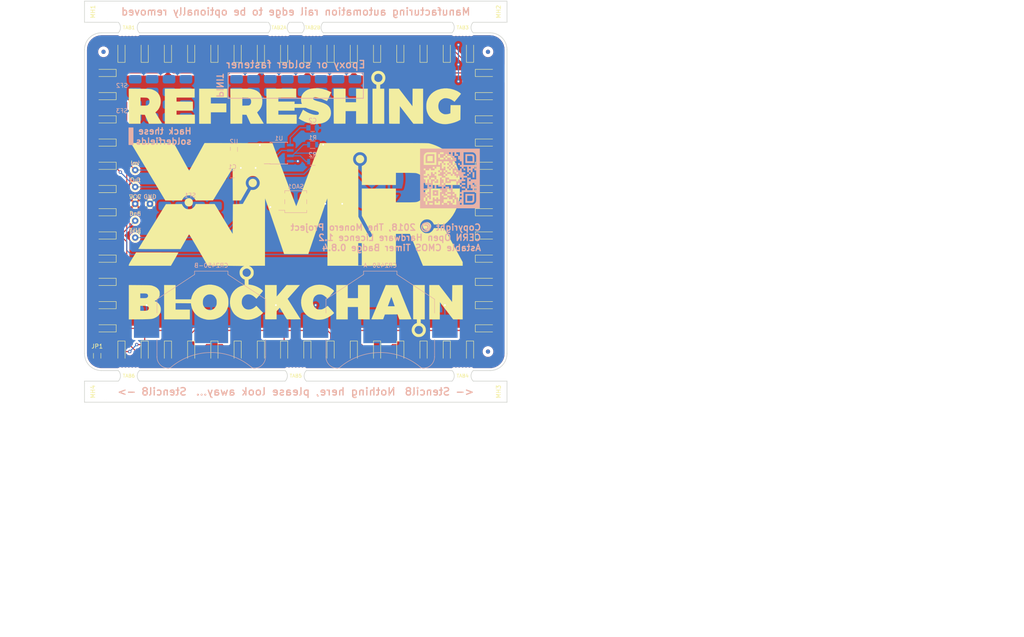
<source format=kicad_pcb>
(kicad_pcb (version 20171130) (host pcbnew 5.0.0+dfsg1-2)
  (title_block (title "AStable Timer LED Badge") (date 2018-12-31) (rev 0.8.4) (company "The Monero Project, Hardware Team") (comment 1 "Copyright © 2018, The Monero Project") (comment 2 "Releasing a protograde congress edition") (comment 3 "Pending quality assurance testing") (comment 4 "Warning, untested prototype!"))
  (layers (0 F.Cu signal) (31 B.Cu signal) (34 B.Paste user) (35 F.Paste user) (36 B.SilkS user) (37 F.SilkS user) (38 B.Mask user) (39 F.Mask user) (44 Edge.Cuts user))
  (net 0 "")
  (net 1 +3V3)
  (net 2 "Net-(R1-Pad1)")
  (net 3 "Net-(C1-Pad1)")
  (net 4 GND)
  (net 5 "Net-(X1-Pad3)")
  (net 6 "Net-(X1-Pad4)")
  (net 7 "Net-(FID5-Pad~)")
  (net 8 "Net-(FID4-Pad~)")
  (net 9 "Net-(FID3-Pad~)")
  (net 10 "Net-(FID2-Pad~)")
  (net 11 "Net-(FID6-Pad~)")
  (net 12 "Net-(FID1-Pad~)")
  (net 13 "Net-(C2-Pad1)")
  (net 14 "Net-(D1-Pad1)")
  (net 15 "Net-(D10-Pad1)")
  (module Monero_Local:BatteryHolder_Keystone_3008_1x2450 (layer B.Cu) (at 110 117 180)
    (fp_text reference CR2450-A (at 0 14.4 180) (layer B.SilkS) (effects (justify mirror)))
    (fp_text value Battery_Cell)
    (pad 2 smd rect (at 0 0 180) (size 8 8) (layers B.Cu B.Mask) (net 4 GND))
    (pad 1 smd rect (at 15.3 0 180) (size 6 5.5) (layers B.Cu B.Paste B.Mask) (net 1 +3V3))
    (pad 1 smd rect (at -15.3 0 180) (size 6 5.5) (layers B.Cu B.Paste B.Mask) (net 1 +3V3))
  )
  (module Monero_Local:Panel_Mousetab_25mm_Single (layer F.Cu) (at 94 46.25 270)
    (fp_text reference TAB2B (at 0 0) (layer F.SilkS) (effects (font (size 0.8 0.8) (thickness 0.13))))
    (fp_text value Panel_Mousetab_25mm_Single)
    (pad "" np_thru_hole circle (at 1.35 2 270) (size 0.4 0.4) (drill 0.4) (layers *.Cu))
    (pad "" np_thru_hole circle (at 1.35 1.2 270) (size 0.4 0.4) (drill 0.4) (layers *.Cu))
    (pad "" np_thru_hole circle (at 1.35 0.4 270) (size 0.4 0.4) (drill 0.4) (layers *.Cu))
    (pad "" np_thru_hole circle (at 1.35 -0.4 270) (size 0.4 0.4) (drill 0.4) (layers *.Cu))
    (pad "" np_thru_hole circle (at 1.35 -1.2 270) (size 0.4 0.4) (drill 0.4) (layers *.Cu))
    (pad "" np_thru_hole circle (at 1.35 -2 270) (size 0.4 0.4) (drill 0.4) (layers *.Cu))
  )
  (module Monero_Local:Panel_Mousetab_25mm_Single (layer F.Cu) (at 129.5 128.75 90)
    (fp_text reference TAB4 (at 0 0 180) (layer F.SilkS) (effects (font (size 0.8 0.8) (thickness 0.13))))
    (fp_text value Panel_Mousetab_25mm_Single)
    (pad "" np_thru_hole circle (at 1.35 -2 90) (size 0.4 0.4) (drill 0.4) (layers *.Cu))
    (pad "" np_thru_hole circle (at 1.35 -1.2 90) (size 0.4 0.4) (drill 0.4) (layers *.Cu))
    (pad "" np_thru_hole circle (at 1.35 -0.4 90) (size 0.4 0.4) (drill 0.4) (layers *.Cu))
    (pad "" np_thru_hole circle (at 1.35 0.4 90) (size 0.4 0.4) (drill 0.4) (layers *.Cu))
    (pad "" np_thru_hole circle (at 1.35 1.2 90) (size 0.4 0.4) (drill 0.4) (layers *.Cu))
    (pad "" np_thru_hole circle (at 1.35 2 90) (size 0.4 0.4) (drill 0.4) (layers *.Cu))
  )
  (module Monero_Local:Panel_Mousetab_25mm_Single (layer F.Cu) (at 90 128.75 90)
    (fp_text reference TAB5 (at 0 0 180) (layer F.SilkS) (effects (font (size 0.8 0.8) (thickness 0.13))))
    (fp_text value Panel_Mousetab_25mm_Single)
    (pad "" np_thru_hole circle (at 1.35 -2 90) (size 0.4 0.4) (drill 0.4) (layers *.Cu))
    (pad "" np_thru_hole circle (at 1.35 -1.2 90) (size 0.4 0.4) (drill 0.4) (layers *.Cu))
    (pad "" np_thru_hole circle (at 1.35 -0.4 90) (size 0.4 0.4) (drill 0.4) (layers *.Cu))
    (pad "" np_thru_hole circle (at 1.35 0.4 90) (size 0.4 0.4) (drill 0.4) (layers *.Cu))
    (pad "" np_thru_hole circle (at 1.35 1.2 90) (size 0.4 0.4) (drill 0.4) (layers *.Cu))
    (pad "" np_thru_hole circle (at 1.35 2 90) (size 0.4 0.4) (drill 0.4) (layers *.Cu))
  )
  (module Monero_Local:Panel_Mousetab_25mm_Single (layer F.Cu) (at 50.5 128.75 90)
    (fp_text reference TAB6 (at 0 0 180) (layer F.SilkS) (effects (font (size 0.8 0.8) (thickness 0.13))))
    (fp_text value Panel_Mousetab_25mm_Single)
    (pad "" np_thru_hole circle (at 1.35 -2 90) (size 0.4 0.4) (drill 0.4) (layers *.Cu))
    (pad "" np_thru_hole circle (at 1.35 -1.2 90) (size 0.4 0.4) (drill 0.4) (layers *.Cu))
    (pad "" np_thru_hole circle (at 1.35 -0.4 90) (size 0.4 0.4) (drill 0.4) (layers *.Cu))
    (pad "" np_thru_hole circle (at 1.35 0.4 90) (size 0.4 0.4) (drill 0.4) (layers *.Cu))
    (pad "" np_thru_hole circle (at 1.35 1.2 90) (size 0.4 0.4) (drill 0.4) (layers *.Cu))
    (pad "" np_thru_hole circle (at 1.35 2 90) (size 0.4 0.4) (drill 0.4) (layers *.Cu))
  )
  (module Monero_Local:Panel_Mousetab_25mm_Single (layer F.Cu) (at 129.5 46.25 270)
    (fp_text reference TAB3 (at 0 0) (layer F.SilkS) (effects (font (size 0.8 0.8) (thickness 0.13))))
    (fp_text value Panel_Mousetab_25mm_Single)
    (pad "" np_thru_hole circle (at 1.35 -2 270) (size 0.4 0.4) (drill 0.4) (layers *.Cu))
    (pad "" np_thru_hole circle (at 1.35 -1.2 270) (size 0.4 0.4) (drill 0.4) (layers *.Cu))
    (pad "" np_thru_hole circle (at 1.35 -0.4 270) (size 0.4 0.4) (drill 0.4) (layers *.Cu))
    (pad "" np_thru_hole circle (at 1.35 0.4 270) (size 0.4 0.4) (drill 0.4) (layers *.Cu))
    (pad "" np_thru_hole circle (at 1.35 1.2 270) (size 0.4 0.4) (drill 0.4) (layers *.Cu))
    (pad "" np_thru_hole circle (at 1.35 2 270) (size 0.4 0.4) (drill 0.4) (layers *.Cu))
  )
  (module Monero_Local:Panel_Mousetab_25mm_Single (layer F.Cu) (at 86 46.25 270)
    (fp_text reference TAB2A (at 0 0) (layer F.SilkS) (effects (font (size 0.8 0.8) (thickness 0.13))))
    (fp_text value Panel_Mousetab_25mm_Single)
    (pad "" np_thru_hole circle (at 1.35 -2 270) (size 0.4 0.4) (drill 0.4) (layers *.Cu))
    (pad "" np_thru_hole circle (at 1.35 -1.2 270) (size 0.4 0.4) (drill 0.4) (layers *.Cu))
    (pad "" np_thru_hole circle (at 1.35 -0.4 270) (size 0.4 0.4) (drill 0.4) (layers *.Cu))
    (pad "" np_thru_hole circle (at 1.35 0.4 270) (size 0.4 0.4) (drill 0.4) (layers *.Cu))
    (pad "" np_thru_hole circle (at 1.35 1.2 270) (size 0.4 0.4) (drill 0.4) (layers *.Cu))
    (pad "" np_thru_hole circle (at 1.35 2 270) (size 0.4 0.4) (drill 0.4) (layers *.Cu))
  )
  (module Monero_Local:Panel_Mousetab_25mm_Single (layer F.Cu) (at 50.5 46.25 270)
    (fp_text reference TAB1 (at 0 0) (layer F.SilkS) (effects (font (size 0.8 0.8) (thickness 0.13))))
    (fp_text value Panel_Mousetab_25mm_Single)
    (pad "" np_thru_hole circle (at 1.35 -2 270) (size 0.4 0.4) (drill 0.4) (layers *.Cu))
    (pad "" np_thru_hole circle (at 1.35 -1.2 270) (size 0.4 0.4) (drill 0.4) (layers *.Cu))
    (pad "" np_thru_hole circle (at 1.35 -0.4 270) (size 0.4 0.4) (drill 0.4) (layers *.Cu))
    (pad "" np_thru_hole circle (at 1.35 0.4 270) (size 0.4 0.4) (drill 0.4) (layers *.Cu))
    (pad "" np_thru_hole circle (at 1.35 1.2 270) (size 0.4 0.4) (drill 0.4) (layers *.Cu))
    (pad "" np_thru_hole circle (at 1.35 2 270) (size 0.4 0.4) (drill 0.4) (layers *.Cu))
  )
  (module Monero_Local:Fiducial_1mm_Dia_2.54mm (layer B.Cu) (at 44.5 52)
    (fp_text reference FID2 hide)
    (fp_text value FiducialPassermarke-Bot)
    (pad ~ smd circle (at 0 0) (size 1 1) (layers B.Cu B.Mask) (net 10 "Net-(FID2-Pad~)") (clearance 0.77))
  )
  (module Monero_Local:Fiducial_1mm_Dia_2.54mm (layer F.Cu) (at 135.5 52)
    (fp_text reference FID3 hide)
    (fp_text value FiducialPassermarke-Top)
    (pad ~ smd circle (at 0 0) (size 1 1) (layers F.Cu F.Mask) (net 9 "Net-(FID3-Pad~)") (clearance 0.77))
  )
  (module Monero_Local:Fiducial_1mm_Dia_2.54mm (layer F.Cu) (at 135.5 123)
    (fp_text reference FID5 hide)
    (fp_text value FiducialPassermarke-Top)
    (pad ~ smd circle (at 0 0) (size 1 1) (layers F.Cu F.Mask) (net 7 "Net-(FID5-Pad~)") (clearance 0.77))
  )
  (module Monero_Local:Fiducial_1mm_Dia_2.54mm (layer B.Cu) (at 135.5 52)
    (fp_text reference FID4 hide)
    (fp_text value FiducialPassermarke-Bot)
    (pad ~ smd circle (at 0 0) (size 1 1) (layers B.Cu B.Mask) (net 8 "Net-(FID4-Pad~)") (clearance 0.77))
  )
  (module Monero_Local:Fiducial_1mm_Dia_2.54mm (layer B.Cu) (at 135.5 123)
    (fp_text reference FID6 hide)
    (fp_text value FiducialPassermarke-Bot)
    (pad ~ smd circle (at 0 0) (size 1 1) (layers B.Cu B.Mask) (net 11 "Net-(FID6-Pad~)") (clearance 0.77))
  )
  (module Monero_Local:Fiducial_1mm_Dia_2.54mm (layer F.Cu) (at 44.5 52)
    (fp_text reference FID1 hide)
    (fp_text value FiducialPassermarke-Top)
    (pad ~ smd circle (at 0 0) (size 1 1) (layers F.Cu F.Mask) (net 12 "Net-(FID1-Pad~)") (clearance 0.77))
  )
  (module Monero_Local:Kastelospecsqr (layer B.Cu) (at 126.5 82 180)
    (fp_text reference G1 hide)
    (fp_text value QRCOD hide)
  )
  (module Monero_Local:MountingHole_2.5mm (layer F.Cu) (at 135 132.5)
    (fp_text reference MH3 (at 3 0 90) (layer F.SilkS))
    (fp_text value MountingHole_2.5mm)
    (pad "" np_thru_hole circle (at 0 0) (size 2.5 2.5) (drill 2.5) (layers *.Cu *.Paste *.Mask))
  )
  (module Monero_Local:BatteryHolder_Keystone_3008_1x2450 (layer B.Cu) (at 70 117 180)
    (fp_text reference CR2450-B (at 0 14.4 180) (layer B.SilkS) (effects (justify mirror)))
    (fp_text value Battery_Cell)
    (pad 1 smd rect (at -15.3 0 180) (size 6 5.5) (layers B.Cu B.Paste B.Mask) (net 1 +3V3))
    (pad 1 smd rect (at 15.3 0 180) (size 6 5.5) (layers B.Cu B.Paste B.Mask) (net 1 +3V3))
    (pad 2 smd rect (at 0 0 180) (size 8 8) (layers B.Cu B.Mask) (net 4 GND))
  )
  (module Monero_Local:PinHeader_2x02_P2.54mm_Vertical_SMD (layer B.Cu) (at 90 87.5)
    (fp_text reference SAO1 (at 0 -3.6) (layer B.SilkS) (effects (justify mirror)))
    (fp_text value Shitty_conn)
    (pad 4 smd rect (at 2.525 -1.27) (size 3.15 1) (layers B.Cu B.Paste B.Mask) (net 6 "Net-(X1-Pad4)"))
    (pad 3 smd rect (at -2.525 -1.27) (size 3.15 1) (layers B.Cu B.Paste B.Mask) (net 5 "Net-(X1-Pad3)"))
    (pad 2 smd rect (at 2.525 1.27) (size 3.15 1) (layers B.Cu B.Paste B.Mask) (net 4 GND))
    (pad 1 smd rect (at -2.525 1.27) (size 3.15 1) (layers B.Cu B.Paste B.Mask) (net 1 +3V3))
  )
  (module Monero_Local:LED_1206 (layer F.Cu) (at 135 106.5)
    (fp_text reference D26 hide)
    (fp_text value LED)
    (pad 1 smd rect (at -1.65 0 180) (size 1.5 1.5) (layers F.Cu F.Paste F.Mask) (net 15 "Net-(D10-Pad1)"))
    (pad 2 smd rect (at 1.65 0 180) (size 1.5 1.5) (layers F.Cu F.Paste F.Mask) (net 1 +3V3))
  )
  (module Monero_Local:LED_1206 (layer F.Cu) (at 135 84.5)
    (fp_text reference D22 hide)
    (fp_text value LED)
    (pad 1 smd rect (at -1.65 0 180) (size 1.5 1.5) (layers F.Cu F.Paste F.Mask) (net 15 "Net-(D10-Pad1)"))
    (pad 2 smd rect (at 1.65 0 180) (size 1.5 1.5) (layers F.Cu F.Paste F.Mask) (net 1 +3V3))
  )
  (module Monero_Local:LED_1206 (layer F.Cu) (at 135 101)
    (fp_text reference D25 hide)
    (fp_text value LED)
    (pad 1 smd rect (at -1.65 0 180) (size 1.5 1.5) (layers F.Cu F.Paste F.Mask) (net 14 "Net-(D1-Pad1)"))
    (pad 2 smd rect (at 1.65 0 180) (size 1.5 1.5) (layers F.Cu F.Paste F.Mask) (net 1 +3V3))
  )
  (module Monero_Local:LED_1206 (layer F.Cu) (at 135 117.5)
    (fp_text reference D28 hide)
    (fp_text value LED)
    (pad 1 smd rect (at -1.65 0 180) (size 1.5 1.5) (layers F.Cu F.Paste F.Mask) (net 15 "Net-(D10-Pad1)"))
    (pad 2 smd rect (at 1.65 0 180) (size 1.5 1.5) (layers F.Cu F.Paste F.Mask) (net 1 +3V3))
  )
  (module Monero_Local:LED_1206 (layer F.Cu) (at 135 95.5)
    (fp_text reference D24 hide)
    (fp_text value LED)
    (pad 1 smd rect (at -1.65 0 180) (size 1.5 1.5) (layers F.Cu F.Paste F.Mask) (net 15 "Net-(D10-Pad1)"))
    (pad 2 smd rect (at 1.65 0 180) (size 1.5 1.5) (layers F.Cu F.Paste F.Mask) (net 1 +3V3))
  )
  (module Monero_Local:LED_1206 (layer F.Cu) (at 135 90)
    (fp_text reference D23 hide)
    (fp_text value LED)
    (pad 1 smd rect (at -1.65 0 180) (size 1.5 1.5) (layers F.Cu F.Paste F.Mask) (net 14 "Net-(D1-Pad1)"))
    (pad 2 smd rect (at 1.65 0 180) (size 1.5 1.5) (layers F.Cu F.Paste F.Mask) (net 1 +3V3))
  )
  (module Monero_Local:LED_1206 (layer F.Cu) (at 135 57)
    (fp_text reference D17 hide)
    (fp_text value LED)
    (pad 2 smd rect (at 1.65 0 180) (size 1.5 1.5) (layers F.Cu F.Paste F.Mask) (net 1 +3V3))
    (pad 1 smd rect (at -1.65 0 180) (size 1.5 1.5) (layers F.Cu F.Paste F.Mask) (net 14 "Net-(D1-Pad1)"))
  )
  (module Monero_Local:LED_1206 (layer F.Cu) (at 135 62.5)
    (fp_text reference D18 hide)
    (fp_text value LED)
    (pad 1 smd rect (at -1.65 0 180) (size 1.5 1.5) (layers F.Cu F.Paste F.Mask) (net 15 "Net-(D10-Pad1)"))
    (pad 2 smd rect (at 1.65 0 180) (size 1.5 1.5) (layers F.Cu F.Paste F.Mask) (net 1 +3V3))
  )
  (module Monero_Local:LED_1206 (layer F.Cu) (at 135 68)
    (fp_text reference D19 hide)
    (fp_text value LED)
    (pad 1 smd rect (at -1.65 0 180) (size 1.5 1.5) (layers F.Cu F.Paste F.Mask) (net 14 "Net-(D1-Pad1)"))
    (pad 2 smd rect (at 1.65 0 180) (size 1.5 1.5) (layers F.Cu F.Paste F.Mask) (net 1 +3V3))
  )
  (module Monero_Local:LED_1206 (layer F.Cu) (at 135 79)
    (fp_text reference D21 hide)
    (fp_text value LED)
    (pad 1 smd rect (at -1.65 0 180) (size 1.5 1.5) (layers F.Cu F.Paste F.Mask) (net 14 "Net-(D1-Pad1)"))
    (pad 2 smd rect (at 1.65 0 180) (size 1.5 1.5) (layers F.Cu F.Paste F.Mask) (net 1 +3V3))
  )
  (module Monero_Local:LED_1206 (layer F.Cu) (at 135 112)
    (fp_text reference D27 hide)
    (fp_text value LED)
    (pad 1 smd rect (at -1.65 0 180) (size 1.5 1.5) (layers F.Cu F.Paste F.Mask) (net 14 "Net-(D1-Pad1)"))
    (pad 2 smd rect (at 1.65 0 180) (size 1.5 1.5) (layers F.Cu F.Paste F.Mask) (net 1 +3V3))
  )
  (module Monero_Local:LED_1206 (layer F.Cu) (at 135 73.5)
    (fp_text reference D20 hide)
    (fp_text value LED)
    (pad 1 smd rect (at -1.65 0 180) (size 1.5 1.5) (layers F.Cu F.Paste F.Mask) (net 15 "Net-(D10-Pad1)"))
    (pad 2 smd rect (at 1.65 0 180) (size 1.5 1.5) (layers F.Cu F.Paste F.Mask) (net 1 +3V3))
  )
  (module Monero_Local:LED_1206 (layer F.Cu) (at 45 117.5 180)
    (fp_text reference D45 hide)
    (fp_text value LED)
    (pad 2 smd rect (at 1.65 0) (size 1.5 1.5) (layers F.Cu F.Paste F.Mask) (net 1 +3V3))
    (pad 1 smd rect (at -1.65 0) (size 1.5 1.5) (layers F.Cu F.Paste F.Mask) (net 14 "Net-(D1-Pad1)"))
  )
  (module Monero_Local:LED_1206 (layer F.Cu) (at 45 112 180)
    (fp_text reference D46 hide)
    (fp_text value LED)
    (pad 2 smd rect (at 1.65 0) (size 1.5 1.5) (layers F.Cu F.Paste F.Mask) (net 1 +3V3))
    (pad 1 smd rect (at -1.65 0) (size 1.5 1.5) (layers F.Cu F.Paste F.Mask) (net 15 "Net-(D10-Pad1)"))
  )
  (module Monero_Local:LED_1206 (layer F.Cu) (at 45 106.5 180)
    (fp_text reference D47 hide)
    (fp_text value LED)
    (pad 2 smd rect (at 1.65 0) (size 1.5 1.5) (layers F.Cu F.Paste F.Mask) (net 1 +3V3))
    (pad 1 smd rect (at -1.65 0) (size 1.5 1.5) (layers F.Cu F.Paste F.Mask) (net 14 "Net-(D1-Pad1)"))
  )
  (module Monero_Local:LED_1206 (layer F.Cu) (at 45 101 180)
    (fp_text reference D48 hide)
    (fp_text value LED)
    (pad 2 smd rect (at 1.65 0) (size 1.5 1.5) (layers F.Cu F.Paste F.Mask) (net 1 +3V3))
    (pad 1 smd rect (at -1.65 0) (size 1.5 1.5) (layers F.Cu F.Paste F.Mask) (net 15 "Net-(D10-Pad1)"))
  )
  (module Monero_Local:LED_1206 (layer F.Cu) (at 45 95.5 180)
    (fp_text reference D49 hide)
    (fp_text value LED)
    (pad 2 smd rect (at 1.65 0) (size 1.5 1.5) (layers F.Cu F.Paste F.Mask) (net 1 +3V3))
    (pad 1 smd rect (at -1.65 0) (size 1.5 1.5) (layers F.Cu F.Paste F.Mask) (net 14 "Net-(D1-Pad1)"))
  )
  (module Monero_Local:LED_1206 (layer F.Cu) (at 45 90 180)
    (fp_text reference D50 hide)
    (fp_text value LED)
    (pad 2 smd rect (at 1.65 0) (size 1.5 1.5) (layers F.Cu F.Paste F.Mask) (net 1 +3V3))
    (pad 1 smd rect (at -1.65 0) (size 1.5 1.5) (layers F.Cu F.Paste F.Mask) (net 15 "Net-(D10-Pad1)"))
  )
  (module Monero_Local:LED_1206 (layer F.Cu) (at 45 84.5 180)
    (fp_text reference D51 hide)
    (fp_text value LED)
    (pad 2 smd rect (at 1.65 0) (size 1.5 1.5) (layers F.Cu F.Paste F.Mask) (net 1 +3V3))
    (pad 1 smd rect (at -1.65 0) (size 1.5 1.5) (layers F.Cu F.Paste F.Mask) (net 14 "Net-(D1-Pad1)"))
  )
  (module Monero_Local:LED_1206 (layer F.Cu) (at 45 79 180)
    (fp_text reference D52 hide)
    (fp_text value LED)
    (pad 2 smd rect (at 1.65 0) (size 1.5 1.5) (layers F.Cu F.Paste F.Mask) (net 1 +3V3))
    (pad 1 smd rect (at -1.65 0) (size 1.5 1.5) (layers F.Cu F.Paste F.Mask) (net 15 "Net-(D10-Pad1)"))
  )
  (module Monero_Local:LED_1206 (layer F.Cu) (at 45 73.5 180)
    (fp_text reference D53 hide)
    (fp_text value LED)
    (pad 2 smd rect (at 1.65 0) (size 1.5 1.5) (layers F.Cu F.Paste F.Mask) (net 1 +3V3))
    (pad 1 smd rect (at -1.65 0) (size 1.5 1.5) (layers F.Cu F.Paste F.Mask) (net 14 "Net-(D1-Pad1)"))
  )
  (module Monero_Local:LED_1206 (layer F.Cu) (at 45 68 180)
    (fp_text reference D54 hide)
    (fp_text value LED)
    (pad 2 smd rect (at 1.65 0) (size 1.5 1.5) (layers F.Cu F.Paste F.Mask) (net 1 +3V3))
    (pad 1 smd rect (at -1.65 0) (size 1.5 1.5) (layers F.Cu F.Paste F.Mask) (net 15 "Net-(D10-Pad1)"))
  )
  (module Monero_Local:LED_1206 (layer F.Cu) (at 45 62.5 180)
    (fp_text reference D55 hide)
    (fp_text value LED)
    (pad 2 smd rect (at 1.65 0) (size 1.5 1.5) (layers F.Cu F.Paste F.Mask) (net 1 +3V3))
    (pad 1 smd rect (at -1.65 0) (size 1.5 1.5) (layers F.Cu F.Paste F.Mask) (net 14 "Net-(D1-Pad1)"))
  )
  (module Monero_Local:LED_1206 (layer F.Cu) (at 120.25 123 270)
    (fp_text reference D31 hide)
    (fp_text value LED)
    (pad 1 smd rect (at -1.65 0 90) (size 1.5 1.5) (layers F.Cu F.Paste F.Mask) (net 14 "Net-(D1-Pad1)"))
    (pad 2 smd rect (at 1.65 0 90) (size 1.5 1.5) (layers F.Cu F.Paste F.Mask) (net 1 +3V3))
  )
  (module Monero_Local:LED_1206 (layer F.Cu) (at 103.75 123 270)
    (fp_text reference D34 hide)
    (fp_text value LED)
    (pad 1 smd rect (at -1.65 0 90) (size 1.5 1.5) (layers F.Cu F.Paste F.Mask) (net 15 "Net-(D10-Pad1)"))
    (pad 2 smd rect (at 1.65 0 90) (size 1.5 1.5) (layers F.Cu F.Paste F.Mask) (net 1 +3V3))
  )
  (module Monero_Local:LED_1206 (layer F.Cu) (at 59.75 123 270)
    (fp_text reference D42 hide)
    (fp_text value LED)
    (pad 1 smd rect (at -1.65 0 90) (size 1.5 1.5) (layers F.Cu F.Paste F.Mask) (net 15 "Net-(D10-Pad1)"))
    (pad 2 smd rect (at 1.65 0 90) (size 1.5 1.5) (layers F.Cu F.Paste F.Mask) (net 1 +3V3))
  )
  (module Monero_Local:LED_1206 (layer F.Cu) (at 98.25 123 270)
    (fp_text reference D35 hide)
    (fp_text value LED)
    (pad 1 smd rect (at -1.65 0 90) (size 1.5 1.5) (layers F.Cu F.Paste F.Mask) (net 14 "Net-(D1-Pad1)"))
    (pad 2 smd rect (at 1.65 0 90) (size 1.5 1.5) (layers F.Cu F.Paste F.Mask) (net 1 +3V3))
  )
  (module Monero_Local:LED_1206 (layer F.Cu) (at 131.25 123 270)
    (fp_text reference D29 hide)
    (fp_text value LED)
    (pad 1 smd rect (at -1.65 0 90) (size 1.5 1.5) (layers F.Cu F.Paste F.Mask) (net 14 "Net-(D1-Pad1)"))
    (pad 2 smd rect (at 1.65 0 90) (size 1.5 1.5) (layers F.Cu F.Paste F.Mask) (net 1 +3V3))
  )
  (module Monero_Local:LED_1206 (layer F.Cu) (at 125.75 123 270)
    (fp_text reference D30 hide)
    (fp_text value LED)
    (pad 1 smd rect (at -1.65 0 90) (size 1.5 1.5) (layers F.Cu F.Paste F.Mask) (net 15 "Net-(D10-Pad1)"))
    (pad 2 smd rect (at 1.65 0 90) (size 1.5 1.5) (layers F.Cu F.Paste F.Mask) (net 1 +3V3))
  )
  (module Monero_Local:LED_1206 (layer F.Cu) (at 54.25 123 270)
    (fp_text reference D43 hide)
    (fp_text value LED)
    (pad 1 smd rect (at -1.65 0 90) (size 1.5 1.5) (layers F.Cu F.Paste F.Mask) (net 14 "Net-(D1-Pad1)"))
    (pad 2 smd rect (at 1.65 0 90) (size 1.5 1.5) (layers F.Cu F.Paste F.Mask) (net 1 +3V3))
  )
  (module Monero_Local:LED_1206 (layer F.Cu) (at 92.75 123 270)
    (fp_text reference D36 hide)
    (fp_text value LED)
    (pad 1 smd rect (at -1.65 0 90) (size 1.5 1.5) (layers F.Cu F.Paste F.Mask) (net 15 "Net-(D10-Pad1)"))
    (pad 2 smd rect (at 1.65 0 90) (size 1.5 1.5) (layers F.Cu F.Paste F.Mask) (net 1 +3V3))
  )
  (module Monero_Local:LED_1206 (layer F.Cu) (at 87.25 123 270)
    (fp_text reference D37 hide)
    (fp_text value LED)
    (pad 1 smd rect (at -1.65 0 90) (size 1.5 1.5) (layers F.Cu F.Paste F.Mask) (net 14 "Net-(D1-Pad1)"))
    (pad 2 smd rect (at 1.65 0 90) (size 1.5 1.5) (layers F.Cu F.Paste F.Mask) (net 1 +3V3))
  )
  (module Monero_Local:LED_1206 (layer F.Cu) (at 109.25 123 270)
    (fp_text reference D33 hide)
    (fp_text value LED)
    (pad 1 smd rect (at -1.65 0 90) (size 1.5 1.5) (layers F.Cu F.Paste F.Mask) (net 14 "Net-(D1-Pad1)"))
    (pad 2 smd rect (at 1.65 0 90) (size 1.5 1.5) (layers F.Cu F.Paste F.Mask) (net 1 +3V3))
  )
  (module Monero_Local:LED_1206 (layer F.Cu) (at 76.25 123 270)
    (fp_text reference D39 hide)
    (fp_text value LED)
    (pad 1 smd rect (at -1.65 0 90) (size 1.5 1.5) (layers F.Cu F.Paste F.Mask) (net 14 "Net-(D1-Pad1)"))
    (pad 2 smd rect (at 1.65 0 90) (size 1.5 1.5) (layers F.Cu F.Paste F.Mask) (net 1 +3V3))
  )
  (module Monero_Local:LED_1206 (layer F.Cu) (at 81.75 123 270)
    (fp_text reference D38 hide)
    (fp_text value LED)
    (pad 1 smd rect (at -1.65 0 90) (size 1.5 1.5) (layers F.Cu F.Paste F.Mask) (net 15 "Net-(D10-Pad1)"))
    (pad 2 smd rect (at 1.65 0 90) (size 1.5 1.5) (layers F.Cu F.Paste F.Mask) (net 1 +3V3))
  )
  (module Monero_Local:LED_1206 (layer F.Cu) (at 70.75 123 270)
    (fp_text reference D40 hide)
    (fp_text value LED)
    (pad 1 smd rect (at -1.65 0 90) (size 1.5 1.5) (layers F.Cu F.Paste F.Mask) (net 15 "Net-(D10-Pad1)"))
    (pad 2 smd rect (at 1.65 0 90) (size 1.5 1.5) (layers F.Cu F.Paste F.Mask) (net 1 +3V3))
  )
  (module Monero_Local:LED_1206 (layer F.Cu) (at 65.25 123 270)
    (fp_text reference D41 hide)
    (fp_text value LED)
    (pad 1 smd rect (at -1.65 0 90) (size 1.5 1.5) (layers F.Cu F.Paste F.Mask) (net 14 "Net-(D1-Pad1)"))
    (pad 2 smd rect (at 1.65 0 90) (size 1.5 1.5) (layers F.Cu F.Paste F.Mask) (net 1 +3V3))
  )
  (module Monero_Local:LED_1206 (layer F.Cu) (at 48.75 123 270)
    (fp_text reference D44 hide)
    (fp_text value LED)
    (pad 2 smd rect (at 1.65 0 90) (size 1.5 1.5) (layers F.Cu F.Paste F.Mask) (net 1 +3V3))
    (pad 1 smd rect (at -1.65 0 90) (size 1.5 1.5) (layers F.Cu F.Paste F.Mask) (net 15 "Net-(D10-Pad1)"))
  )
  (module Monero_Local:LED_1206 (layer F.Cu) (at 114.75 123 270)
    (fp_text reference D32 hide)
    (fp_text value LED)
    (pad 1 smd rect (at -1.65 0 90) (size 1.5 1.5) (layers F.Cu F.Paste F.Mask) (net 15 "Net-(D10-Pad1)"))
    (pad 2 smd rect (at 1.65 0 90) (size 1.5 1.5) (layers F.Cu F.Paste F.Mask) (net 1 +3V3))
  )
  (module Monero_Local:LED_1206 (layer F.Cu) (at 114.75 52 90)
    (fp_text reference D13 hide)
    (fp_text value LED)
    (pad 2 smd rect (at 1.65 0 270) (size 1.5 1.5) (layers F.Cu F.Paste F.Mask) (net 1 +3V3))
    (pad 1 smd rect (at -1.65 0 270) (size 1.5 1.5) (layers F.Cu F.Paste F.Mask) (net 14 "Net-(D1-Pad1)"))
  )
  (module Monero_Local:LED_1206 (layer F.Cu) (at 48.75 52 90)
    (fp_text reference D1 hide)
    (fp_text value LED)
    (pad 1 smd rect (at -1.65 0 270) (size 1.5 1.5) (layers F.Cu F.Paste F.Mask) (net 14 "Net-(D1-Pad1)"))
    (pad 2 smd rect (at 1.65 0 270) (size 1.5 1.5) (layers F.Cu F.Paste F.Mask) (net 1 +3V3))
  )
  (module Monero_Local:LED_1206 (layer F.Cu) (at 65.25 52 90)
    (fp_text reference D4 hide)
    (fp_text value LED)
    (pad 2 smd rect (at 1.65 0 270) (size 1.5 1.5) (layers F.Cu F.Paste F.Mask) (net 1 +3V3))
    (pad 1 smd rect (at -1.65 0 270) (size 1.5 1.5) (layers F.Cu F.Paste F.Mask) (net 15 "Net-(D10-Pad1)"))
  )
  (module Monero_Local:LED_1206 (layer F.Cu) (at 70.75 52 90)
    (fp_text reference D5 hide)
    (fp_text value LED)
    (pad 2 smd rect (at 1.65 0 270) (size 1.5 1.5) (layers F.Cu F.Paste F.Mask) (net 1 +3V3))
    (pad 1 smd rect (at -1.65 0 270) (size 1.5 1.5) (layers F.Cu F.Paste F.Mask) (net 14 "Net-(D1-Pad1)"))
  )
  (module Monero_Local:LED_1206 (layer F.Cu) (at 81.75 52 90)
    (fp_text reference D7 hide)
    (fp_text value LED)
    (pad 2 smd rect (at 1.65 0 270) (size 1.5 1.5) (layers F.Cu F.Paste F.Mask) (net 1 +3V3))
    (pad 1 smd rect (at -1.65 0 270) (size 1.5 1.5) (layers F.Cu F.Paste F.Mask) (net 14 "Net-(D1-Pad1)"))
  )
  (module Monero_Local:LED_1206 (layer F.Cu) (at 76.25 52 90)
    (fp_text reference D6 hide)
    (fp_text value LED)
    (pad 2 smd rect (at 1.65 0 270) (size 1.5 1.5) (layers F.Cu F.Paste F.Mask) (net 1 +3V3))
    (pad 1 smd rect (at -1.65 0 270) (size 1.5 1.5) (layers F.Cu F.Paste F.Mask) (net 15 "Net-(D10-Pad1)"))
  )
  (module Monero_Local:LED_1206 (layer F.Cu) (at 109.25 52 90)
    (fp_text reference D12 hide)
    (fp_text value LED)
    (pad 2 smd rect (at 1.65 0 270) (size 1.5 1.5) (layers F.Cu F.Paste F.Mask) (net 1 +3V3))
    (pad 1 smd rect (at -1.65 0 270) (size 1.5 1.5) (layers F.Cu F.Paste F.Mask) (net 15 "Net-(D10-Pad1)"))
  )
  (module Monero_Local:LED_1206 (layer F.Cu) (at 87.25 52 90)
    (fp_text reference D8 hide)
    (fp_text value LED)
    (pad 2 smd rect (at 1.65 0 270) (size 1.5 1.5) (layers F.Cu F.Paste F.Mask) (net 1 +3V3))
    (pad 1 smd rect (at -1.65 0 270) (size 1.5 1.5) (layers F.Cu F.Paste F.Mask) (net 15 "Net-(D10-Pad1)"))
  )
  (module Monero_Local:LED_1206 (layer F.Cu) (at 92.75 52 90)
    (fp_text reference D9 hide)
    (fp_text value LED)
    (pad 2 smd rect (at 1.65 0 270) (size 1.5 1.5) (layers F.Cu F.Paste F.Mask) (net 1 +3V3))
    (pad 1 smd rect (at -1.65 0 270) (size 1.5 1.5) (layers F.Cu F.Paste F.Mask) (net 14 "Net-(D1-Pad1)"))
  )
  (module Monero_Local:LED_1206 (layer F.Cu) (at 54.25 52 90)
    (fp_text reference D2 hide)
    (fp_text value LED)
    (pad 2 smd rect (at 1.65 0 270) (size 1.5 1.5) (layers F.Cu F.Paste F.Mask) (net 1 +3V3))
    (pad 1 smd rect (at -1.65 0 270) (size 1.5 1.5) (layers F.Cu F.Paste F.Mask) (net 15 "Net-(D10-Pad1)"))
  )
  (module Monero_Local:LED_1206 (layer F.Cu) (at 125.75 52 90)
    (fp_text reference D15 hide)
    (fp_text value LED)
    (pad 2 smd rect (at 1.65 0 270) (size 1.5 1.5) (layers F.Cu F.Paste F.Mask) (net 1 +3V3))
    (pad 1 smd rect (at -1.65 0 270) (size 1.5 1.5) (layers F.Cu F.Paste F.Mask) (net 14 "Net-(D1-Pad1)"))
  )
  (module Monero_Local:LED_1206 (layer F.Cu) (at 131.25 52 90)
    (fp_text reference D16 hide)
    (fp_text value LED)
    (pad 2 smd rect (at 1.65 0 270) (size 1.5 1.5) (layers F.Cu F.Paste F.Mask) (net 1 +3V3))
    (pad 1 smd rect (at -1.65 0 270) (size 1.5 1.5) (layers F.Cu F.Paste F.Mask) (net 15 "Net-(D10-Pad1)"))
  )
  (module Monero_Local:LED_1206 (layer F.Cu) (at 98.25 52 90)
    (fp_text reference D10 hide)
    (fp_text value LED)
    (pad 2 smd rect (at 1.65 0 270) (size 1.5 1.5) (layers F.Cu F.Paste F.Mask) (net 1 +3V3))
    (pad 1 smd rect (at -1.65 0 270) (size 1.5 1.5) (layers F.Cu F.Paste F.Mask) (net 15 "Net-(D10-Pad1)"))
  )
  (module Monero_Local:LED_1206 (layer F.Cu) (at 59.75 52 90)
    (fp_text reference D3 hide)
    (fp_text value LED)
    (pad 2 smd rect (at 1.65 0 270) (size 1.5 1.5) (layers F.Cu F.Paste F.Mask) (net 1 +3V3))
    (pad 1 smd rect (at -1.65 0 270) (size 1.5 1.5) (layers F.Cu F.Paste F.Mask) (net 14 "Net-(D1-Pad1)"))
  )
  (module Monero_Local:LED_1206 (layer F.Cu) (at 103.75 52 90)
    (fp_text reference D11 hide)
    (fp_text value LED)
    (pad 2 smd rect (at 1.65 0 270) (size 1.5 1.5) (layers F.Cu F.Paste F.Mask) (net 1 +3V3))
    (pad 1 smd rect (at -1.65 0 270) (size 1.5 1.5) (layers F.Cu F.Paste F.Mask) (net 14 "Net-(D1-Pad1)"))
  )
  (module Monero_Local:LED_1206 (layer F.Cu) (at 120.25 52 90)
    (fp_text reference D14 hide)
    (fp_text value LED)
    (pad 2 smd rect (at 1.65 0 270) (size 1.5 1.5) (layers F.Cu F.Paste F.Mask) (net 1 +3V3))
    (pad 1 smd rect (at -1.65 0 270) (size 1.5 1.5) (layers F.Cu F.Paste F.Mask) (net 15 "Net-(D10-Pad1)"))
  )
  (module Monero_Local:C_0805 (layer B.Cu) (at 75 81 180)
    (fp_text reference C1 (at 0 1.75 180) (layer B.SilkS) (effects (justify mirror)))
    (fp_text value 4,7uF)
    (pad 1 smd rect (at -1 0 180) (size 1 1.25) (layers B.Cu B.Paste B.Mask) (net 3 "Net-(C1-Pad1)"))
    (pad 2 smd rect (at 1 0 180) (size 1 1.25) (layers B.Cu B.Paste B.Mask) (net 4 GND))
  )
  (module Monero_Local:LED_1206 (layer F.Cu) (at 45 57 180)
    (fp_text reference D56 hide)
    (fp_text value LED)
    (pad 1 smd rect (at -1.65 0) (size 1.5 1.5) (layers F.Cu F.Paste F.Mask) (net 15 "Net-(D10-Pad1)"))
    (pad 2 smd rect (at 1.65 0) (size 1.5 1.5) (layers F.Cu F.Paste F.Mask) (net 1 +3V3))
  )
  (module Monero_Local:R_0805 (layer F.Cu) (at 43 124 270)
    (fp_text reference JP1 (at -2.25 0) (layer F.SilkS))
    (fp_text value Jumper)
    (pad 2 smd rect (at 0.95 0 270) (size 0.7 1.3) (layers F.Cu F.Paste F.Mask) (net 14 "Net-(D1-Pad1)"))
    (pad 1 smd rect (at -0.95 0 270) (size 0.7 1.3) (layers F.Cu F.Paste F.Mask) (net 15 "Net-(D10-Pad1)"))
  )
  (module Monero_Local:35C3Funny (layer F.Cu) (at 90 88)
    (fp_text reference LOGO1 hide)
    (fp_text value 35C3Logo-funny hide)
  )
  (module Monero_Local:R_0805 (layer B.Cu) (at 94 74)
    (fp_text reference R1 (at 0 -1.65) (layer B.SilkS) (effects (justify mirror)))
    (fp_text value 10K)
    (pad 2 smd rect (at 0.95 0) (size 0.7 1.3) (layers B.Cu B.Paste B.Mask) (net 1 +3V3))
    (pad 1 smd rect (at -0.95 0) (size 0.7 1.3) (layers B.Cu B.Paste B.Mask) (net 2 "Net-(R1-Pad1)"))
  )
  (module Monero_Local:R_0805 (layer B.Cu) (at 94 78)
    (fp_text reference R2 (at 0 -1.65) (layer B.SilkS) (effects (justify mirror)))
    (fp_text value 100K)
    (pad 2 smd rect (at 0.95 0) (size 0.7 1.3) (layers B.Cu B.Paste B.Mask) (net 3 "Net-(C1-Pad1)"))
    (pad 1 smd rect (at -0.95 0) (size 0.7 1.3) (layers B.Cu B.Paste B.Mask) (net 2 "Net-(R1-Pad1)"))
  )
  (module Monero_Local:TestPoint_THTPad_D1.5mm_Drill0.7mm (layer F.Cu) (at 52 88)
    (fp_text reference VCC (at 0 -1.648) (layer F.SilkS))
    (fp_text value TEST)
    (pad 1 np_thru_hole circle (at 0 0) (size 1.5 1.5) (drill 0.7) (layers *.Cu *.Mask) (net 1 +3V3))
  )
  (module Monero_Local:TestPoint_THTPad_D1.5mm_Drill0.7mm (layer F.Cu) (at 52 92)
    (fp_text reference Dch (at 0 -1.648) (layer F.SilkS))
    (fp_text value TEST)
    (pad 1 np_thru_hole circle (at 0 0) (size 1.5 1.5) (drill 0.7) (layers *.Cu *.Mask) (net 2 "Net-(R1-Pad1)"))
  )
  (module Monero_Local:TestPoint_THTPad_D1.5mm_Drill0.7mm (layer F.Cu) (at 52 96)
    (fp_text reference Trig (at 0 -1.648) (layer F.SilkS))
    (fp_text value TEST)
    (pad 1 np_thru_hole circle (at 0 0) (size 1.5 1.5) (drill 0.7) (layers *.Cu *.Mask) (net 3 "Net-(C1-Pad1)"))
  )
  (module Monero_Local:SOIC-8_3.9x4.9mm_P1.27mm (layer B.Cu) (at 86 76)
    (fp_text reference U1 (at 0 -3.5) (layer B.SilkS) (effects (justify mirror)))
    (fp_text value TLC555)
    (pad 8 smd rect (at 2.7 1.905) (size 1.55 0.6) (layers B.Cu B.Paste B.Mask) (net 1 +3V3))
    (pad 7 smd rect (at 2.7 0.635) (size 1.55 0.6) (layers B.Cu B.Paste B.Mask) (net 2 "Net-(R1-Pad1)"))
    (pad 6 smd rect (at 2.7 -0.635) (size 1.55 0.6) (layers B.Cu B.Paste B.Mask) (net 3 "Net-(C1-Pad1)"))
    (pad 5 smd rect (at 2.7 -1.905) (size 1.55 0.6) (layers B.Cu B.Paste B.Mask) (net 13 "Net-(C2-Pad1)"))
    (pad 4 smd rect (at -2.7 -1.905) (size 1.55 0.6) (layers B.Cu B.Paste B.Mask) (net 1 +3V3))
    (pad 3 smd rect (at -2.7 -0.635) (size 1.55 0.6) (layers B.Cu B.Paste B.Mask) (net 15 "Net-(D10-Pad1)"))
    (pad 2 smd rect (at -2.7 0.635) (size 1.55 0.6) (layers B.Cu B.Paste B.Mask) (net 3 "Net-(C1-Pad1)"))
    (pad 1 smd rect (at -2.7 1.905) (size 1.55 0.6) (layers B.Cu B.Paste B.Mask) (net 4 GND))
  )
  (module Monero_Local:MountingHole_2.5mm (layer F.Cu) (at 45 42.5)
    (fp_text reference MH1 (at -3 0 90) (layer F.SilkS))
    (fp_text value MountingHole_2.5mm)
    (pad "" np_thru_hole circle (at 0 0) (size 2.5 2.5) (drill 2.5) (layers *.Cu *.Paste *.Mask))
  )
  (module Monero_Local:MountingHole_2.5mm (layer F.Cu) (at 135 42.5)
    (fp_text reference MH2 (at 3 0 90) (layer F.SilkS))
    (fp_text value MountingHole_2.5mm)
    (pad "" np_thru_hole circle (at 0 0) (size 2.5 2.5) (drill 2.5) (layers *.Cu *.Paste *.Mask))
  )
  (module Monero_Local:MountingHole_2.5mm (layer F.Cu) (at 45 132.5)
    (fp_text reference MH4 (at -3 0 90) (layer F.SilkS))
    (fp_text value MountingHole_2.5mm)
    (pad "" np_thru_hole circle (at 0 0) (size 2.5 2.5) (drill 2.5) (layers *.Cu *.Paste *.Mask))
  )
  (module Monero_Local:C_0805 (layer B.Cu) (at 94 70)
    (fp_text reference C2 (at 0 -1.75) (layer B.SilkS) (effects (justify mirror)))
    (fp_text value ,01uF)
    (pad 1 smd rect (at -1 0) (size 1 1.25) (layers B.Cu B.Paste B.Mask) (net 13 "Net-(C2-Pad1)"))
    (pad 2 smd rect (at 1 0) (size 1 1.25) (layers B.Cu B.Paste B.Mask) (net 4 GND))
  )
  (module Monero_Local:TestPoint_THTPad_D1.5mm_Drill0.7mm (layer F.Cu) (at 52 80)
    (fp_text reference Inv (at 0 -1.648) (layer F.SilkS))
    (fp_text value TEST)
    (pad 1 np_thru_hole circle (at 0 0) (size 1.5 1.5) (drill 0.7) (layers *.Cu *.Mask) (net 14 "Net-(D1-Pad1)"))
  )
  (module Monero_Local:TestPoint_THTPad_D1.5mm_Drill0.7mm (layer F.Cu) (at 52 84)
    (fp_text reference Out (at 0 -1.648) (layer F.SilkS))
    (fp_text value TEST)
    (pad 1 np_thru_hole circle (at 0 0) (size 1.5 1.5) (drill 0.7) (layers *.Cu *.Mask) (net 15 "Net-(D10-Pad1)"))
  )
  (module Monero_Local:Solderarea (layer B.Cu) (at 65 90 180)
    (fp_text reference SF1 (at 0 4 180) (layer B.SilkS) (effects (justify mirror)))
    (fp_text value Soldfeld)
    (pad 7 smd roundrect (at -2 -1.5 180) (size 3 2) (layers B.Cu B.Mask))
    (pad 8 smd roundrect (at -6 -1.5 180) (size 3 2) (layers B.Cu B.Mask))
    (pad 5 smd roundrect (at 6 -1.5 180) (size 3 2) (layers B.Cu B.Mask))
    (pad 6 smd roundrect (at 2 -1.5 180) (size 3 2) (layers B.Cu B.Mask))
    (pad 4 smd roundrect (at 6 1.5 180) (size 3 2) (layers B.Cu B.Mask))
    (pad 3 smd roundrect (at 2 1.5 180) (size 3 2) (layers B.Cu B.Mask))
    (pad 2 smd roundrect (at -2 1.5 180) (size 3 2) (layers B.Cu B.Mask))
    (pad 1 smd roundrect (at -6 1.5 180) (size 3 2) (layers B.Cu B.Mask))
  )
  (module Monero_Local:Solderarea (layer B.Cu) (at 58 60 180)
    (fp_text reference SF2 (at 9.15 0 180) (layer B.SilkS) (effects (justify mirror)))
    (fp_text value Soldfeld)
    (pad 7 smd roundrect (at -2 -1.5 180) (size 3 2) (layers B.Cu B.Mask))
    (pad 8 smd roundrect (at -6 -1.5 180) (size 3 2) (layers B.Cu B.Mask))
    (pad 5 smd roundrect (at 6 -1.5 180) (size 3 2) (layers B.Cu B.Mask))
    (pad 6 smd roundrect (at 2 -1.5 180) (size 3 2) (layers B.Cu B.Mask))
    (pad 4 smd roundrect (at 6 1.5 180) (size 3 2) (layers B.Cu B.Mask))
    (pad 3 smd roundrect (at 2 1.5 180) (size 3 2) (layers B.Cu B.Mask))
    (pad 2 smd roundrect (at -2 1.5 180) (size 3 2) (layers B.Cu B.Mask))
    (pad 1 smd roundrect (at -6 1.5 180) (size 3 2) (layers B.Cu B.Mask))
  )
  (module Monero_Local:Solderarea (layer B.Cu) (at 58 66 180)
    (fp_text reference SF3 (at 9.15 0 180) (layer B.SilkS) (effects (justify mirror)))
    (fp_text value Soldfeld)
    (pad 1 smd roundrect (at -6 1.5 180) (size 3 2) (layers B.Cu B.Mask))
    (pad 2 smd roundrect (at -2 1.5 180) (size 3 2) (layers B.Cu B.Mask))
    (pad 3 smd roundrect (at 2 1.5 180) (size 3 2) (layers B.Cu B.Mask))
    (pad 4 smd roundrect (at 6 1.5 180) (size 3 2) (layers B.Cu B.Mask))
    (pad 6 smd roundrect (at 2 -1.5 180) (size 3 2) (layers B.Cu B.Mask))
    (pad 5 smd roundrect (at 6 -1.5 180) (size 3 2) (layers B.Cu B.Mask))
    (pad 8 smd roundrect (at -6 -1.5 180) (size 3 2) (layers B.Cu B.Mask))
    (pad 7 smd roundrect (at -2 -1.5 180) (size 3 2) (layers B.Cu B.Mask))
  )
  (module Monero_Local:Fairchild_MicroPak-6_1.0x1.45mm_P0.5mm (layer B.Cu) (at 75.3675 75 90)
    (fp_text reference U2 (at 1.75 0 180) (layer B.SilkS) (effects (justify mirror)))
    (fp_text value NC7SZ04L6X)
    (pad 6 smd rect (at 0.3825 0.5 90) (size 0.49 0.3) (layers B.Cu B.Paste B.Mask) (net 1 +3V3))
    (pad 5 smd rect (at 0.3825 0 90) (size 0.49 0.3) (layers B.Cu B.Paste B.Mask))
    (pad 4 smd rect (at 0.3825 -0.5 90) (size 0.49 0.3) (layers B.Cu B.Paste B.Mask) (net 14 "Net-(D1-Pad1)"))
    (pad 3 smd rect (at -0.3675 -0.5 90) (size 0.52 0.3) (layers B.Cu B.Paste B.Mask) (net 4 GND))
    (pad 2 smd rect (at -0.3675 0 90) (size 0.52 0.3) (layers B.Cu B.Paste B.Mask) (net 15 "Net-(D10-Pad1)"))
    (pad 1 smd rect (at -0.3675 0.5 90) (size 0.52 0.3) (layers B.Cu B.Paste B.Mask))
  )
  (module Monero_Local:Solderarea (layer B.Cu) (at 82 60)
    (fp_text reference SF4 hide)
    (fp_text value Soldfeld)
    (pad 1 smd roundrect (at -6 1.5) (size 3 2) (layers B.Cu B.Mask))
    (pad 2 smd roundrect (at -2 1.5) (size 3 2) (layers B.Cu B.Mask))
    (pad 3 smd roundrect (at 2 1.5) (size 3 2) (layers B.Cu B.Mask))
    (pad 4 smd roundrect (at 6 1.5) (size 3 2) (layers B.Cu B.Mask))
    (pad 6 smd roundrect (at 2 -1.5) (size 3 2) (layers B.Cu B.Mask))
    (pad 5 smd roundrect (at 6 -1.5) (size 3 2) (layers B.Cu B.Mask))
    (pad 8 smd roundrect (at -6 -1.5) (size 3 2) (layers B.Cu B.Mask))
    (pad 7 smd roundrect (at -2 -1.5) (size 3 2) (layers B.Cu B.Mask))
  )
  (module Monero_Local:Solderarea (layer B.Cu) (at 98 60)
    (fp_text reference SF5 hide)
    (fp_text value Soldfeld)
    (pad 1 smd roundrect (at -6 1.5) (size 3 2) (layers B.Cu B.Mask))
    (pad 2 smd roundrect (at -2 1.5) (size 3 2) (layers B.Cu B.Mask))
    (pad 3 smd roundrect (at 2 1.5) (size 3 2) (layers B.Cu B.Mask))
    (pad 4 smd roundrect (at 6 1.5) (size 3 2) (layers B.Cu B.Mask))
    (pad 6 smd roundrect (at 2 -1.5) (size 3 2) (layers B.Cu B.Mask))
    (pad 5 smd roundrect (at 6 -1.5) (size 3 2) (layers B.Cu B.Mask))
    (pad 8 smd roundrect (at -6 -1.5) (size 3 2) (layers B.Cu B.Mask))
    (pad 7 smd roundrect (at -2 -1.5) (size 3 2) (layers B.Cu B.Mask))
  )
  (module Monero_Local:TestPoint_THTPad_D1.5mm_Drill0.7mm (layer F.Cu) (at 55.5 88)
    (fp_text reference GND (at 0 -1.648) (layer F.SilkS))
    (fp_text value TEST)
    (pad 1 np_thru_hole circle (at 0 0) (size 1.5 1.5) (drill 0.7) (layers *.Cu *.Mask) (net 4 GND))
  )
  (module Monero_Local:Moneroball_15mm (layer B.Cu) (at 108 82 180)
    (fp_text reference LOGO2 hide)
    (fp_text value Moneroball hide)
    (fp_poly (pts (xy 0.399128 7.483281) (xy 0.837955 7.44712) (xy 1.274415 7.385287) (xy 1.707263 7.297783) (xy 2.135252 7.184608) (xy 2.557136 7.045761) (xy 2.971668 6.881242) (xy 3.377602 6.691052) (xy 3.773692 6.47519) (xy 3.845083 6.432866) (xy 4.167301 6.229299) (xy 4.469576 6.016798) (xy 4.757947 5.790631) (xy 5.038455 5.546066) (xy 5.311549 5.283977) (xy 5.626331 4.949018) (xy 5.918362 4.598035) (xy 6.187186 4.23182) (xy 6.432345 3.851169) (xy 6.653384 3.456873) (xy 6.849845 3.049729) (xy 7.021272 2.630529) (xy 7.167207 2.200067) (xy 7.246941 1.91932) (xy 7.347258 1.483546) (xy 7.421166 1.040896) (xy 7.468709 0.593448) (xy 7.489931 0.14328) (xy 7.484878 -0.307532) (xy 7.453595 -0.756911) (xy 7.396126 -1.20278) (xy 7.312517 -1.64306) (xy 7.202812 -2.075675) (xy 7.157367 -2.227763) (xy 7.112628 -2.371603) (xy 4.869503 -2.371603) (xy 4.869503 3.922235) (xy 2.434752 1.487514) (xy 0 -0.947208) (xy -2.434751 1.487514) (xy -4.869502 3.922235) (xy -4.869502 -2.371603) (xy -7.112627 -2.371603) (xy -7.157366 -2.227763) (xy -7.27818 -1.792316) (xy -7.372087 -1.350228) (xy -7.439049 -0.902976) (xy -7.479024 -0.452039) (xy -7.491975 0.001106) (xy -7.47786 0.454982) (xy -7.436641 0.908111) (xy -7.368276 1.359016) (xy -7.272728 1.806218) (xy -7.266522 1.831326) (xy -7.143821 2.266586) (xy -6.995309 2.691756) (xy -6.821724 3.105842) (xy -6.623807 3.507848) (xy -6.402299 3.896779) (xy -6.157938 4.271639) (xy -5.891466 4.631433) (xy -5.603622 4.975167) (xy -5.295146 5.301843) (xy -4.966778 5.610468) (xy -4.619259 5.900045) (xy -4.253328 6.169581) (xy -3.869725 6.418078) (xy -3.845083 6.432946) (xy -3.451143 6.653502) (xy -3.047106 6.848387) (xy -2.634219 7.017599) (xy -2.213726 7.16114) (xy -1.786876 7.27901) (xy -1.354913 7.371207) (xy -0.919085 7.437733) (xy -0.480638 7.478587) (xy -0.040818 7.49377) (xy 0.399128 7.483281)) (layer B.Cu) (width 0.01))
    (fp_poly (pts (xy 3.255691 -3.887183) (xy 4.828905 -3.887183) (xy 5.074678 -3.887215) (xy 5.293858 -3.887323) (xy 5.487914 -3.887529) (xy 5.658319 -3.88785) (xy 5.806546 -3.888308) (xy 5.934065 -3.888921) (xy 6.042349 -3.88971) (xy 6.132868 -3.890694) (xy 6.207096 -3.891892) (xy 6.266504 -3.893324) (xy 6.312564 -3.895011) (xy 6.346746 -3.896971) (xy 6.370524 -3.899225) (xy 6.38537 -3.901791) (xy 6.392753 -3.904691) (xy 6.394148 -3.907942) (xy 6.394089 -3.908108) (xy 6.383885 -3.926614) (xy 6.361006 -3.963925) (xy 6.328328 -4.015482) (xy 6.288724 -4.076723) (xy 6.264896 -4.113089) (xy 6.003822 -4.484288) (xy 5.720234 -4.839409) (xy 5.415436 -5.177222) (xy 5.09073 -5.496495) (xy 4.747421 -5.795996) (xy 4.386813 -6.074494) (xy 4.010209 -6.330758) (xy 3.747831 -6.490421) (xy 3.639424 -6.551045) (xy 3.512194 -6.618379) (xy 3.372745 -6.689213) (xy 3.227681 -6.760339) (xy 3.083604 -6.828548) (xy 2.947119 -6.89063) (xy 2.824828 -6.943377) (xy 2.769407 -6.965904) (xy 2.363033 -7.113444) (xy 1.950442 -7.236675) (xy 1.52851 -7.336351) (xy 1.094116 -7.413229) (xy 0.729724 -7.459439) (xy 0.668589 -7.464535) (xy 0.585914 -7.469445) (xy 0.486342 -7.474061) (xy 0.374519 -7.478274) (xy 0.255088 -7.481977) (xy 0.132695 -7.48506) (xy 0.011983 -7.487417) (xy -0.102403 -7.488939) (xy -0.205819 -7.489516) (xy -0.293621 -7.489043) (xy -0.361163 -7.487409) (xy -0.392928 -7.485598) (xy -0.43097 -7.482489) (xy -0.489373 -7.47774) (xy -0.560521 -7.471972) (xy -0.636799 -7.4658) (xy -0.645525 -7.465095) (xy -1.083655 -7.415756) (xy -1.519736 -7.339083) (xy -1.95185 -7.235807) (xy -2.378077 -7.106662) (xy -2.796498 -6.952378) (xy -3.205196 -6.773687) (xy -3.60225 -6.571323) (xy -3.985742 -6.346016) (xy -4.353754 -6.098498) (xy -4.4886 -5.999178) (xy -4.817413 -5.73805) (xy -5.12298 -5.468013) (xy -5.409767 -5.184601) (xy -5.682242 -4.883348) (xy -5.94487 -4.559786) (xy -5.999177 -4.488601) (xy -6.047972 -4.422748) (xy -6.101778 -4.348065) (xy -6.15792 -4.268486) (xy -6.21372 -4.187944) (xy -6.266504 -4.110373) (xy -6.313594 -4.039707) (xy -6.352316 -3.979879) (xy -6.379992 -3.934823) (xy -6.393947 -3.908473) (xy -6.394089 -3.908108) (xy -6.392945 -3.904838) (xy -6.385882 -3.901923) (xy -6.371429 -3.899341) (xy -6.348113 -3.897072) (xy -6.314463 -3.895098) (xy -6.269007 -3.893399) (xy -6.210274 -3.891955) (xy -6.136791 -3.890746) (xy -6.047087 -3.889753) (xy -5.939689 -3.888955) (xy -5.813127 -3.888334) (xy -5.665928 -3.887869) (xy -5.496621 -3.887541) (xy -5.303733 -3.887331) (xy -5.085794 -3.887218) (xy -4.84133 -3.887183) (xy -3.25569 -3.887183) (xy -3.25569 0.09117) (xy 0 -3.16443) (xy 1.627846 -1.53663) (xy 3.255691 0.09117) (xy 3.255691 -3.887183)) (layer B.Cu) (width 0.01))
  )
  (gr_poly (pts (xy 51.5 74) (xy 50.5 74) (xy 50.5 70) (xy 51.5 70)) (layer B.SilkS) (width 0.15))
  (gr_line (start 88.5 47.5) (end 91.5 47.5) (layer Edge.Cuts) (width 0.15))
  (gr_line (start 88.5 45) (end 91.5 45) (layer Edge.Cuts) (width 0.15))
  (gr_arc (start 90.25 46.25) (end 91.5 45) (angle 90) (layer Edge.Cuts) (width 0.15))
  (gr_arc (start 97.75 46.25) (end 96.5 47.5) (angle 90) (layer Edge.Cuts) (width 0.15))
  (gr_text "Hack these\nsolderfields" (at 65.5 72) (layer B.SilkS) (effects (font (size 1.5 1.5) (thickness 0.3)) (justify left mirror)))
  (gr_text "Epoxy or solder fastener" (at 90 55) (layer B.SilkS) (effects (font (size 1.75 1.75) (thickness 0.3)) (justify mirror)))
  (gr_text Trig (at 52 94.35) (layer B.SilkS) (effects (font (size 1 1)) (justify mirror)))
  (gr_text Dch (at 52 90.35) (layer B.SilkS) (effects (font (size 1 1)) (justify mirror)))
  (gr_text GND (at 55.5 86.35) (layer B.SilkS) (effects (font (size 1 1)) (justify mirror)))
  (gr_text VCC (at 52 86.35) (layer B.SilkS) (effects (font (size 1 1)) (justify mirror)))
  (gr_text Out (at 52 82.35) (layer B.SilkS) (effects (font (size 1 1)) (justify mirror)))
  (gr_text Inv (at 52 78.35) (layer B.SilkS) (effects (font (size 1 1)) (justify mirror)))
  (gr_text "Nothing here, please look away..." (at 90 132.5) (layer B.SilkS) (effects (font (size 1.75 1.85) (thickness 0.3)) (justify mirror)))
  (gr_text "<- Stencil8" (at 124 132.5) (layer B.SilkS) (effects (font (size 1.75 1.75) (thickness 0.3)) (justify mirror)))
  (gr_text "Stencil8 ->" (at 56 132.5) (layer B.SilkS) (effects (font (size 1.75 1.75) (thickness 0.3)) (justify mirror)))
  (gr_text "Manufacturing automation rail edge to be optionally removed" (at 90 42.5) (layer B.SilkS) (effects (font (size 1.75 1.75) (thickness 0.3)) (justify mirror)))
  (gr_text PINIT (at 72 60 270) (layer B.SilkS) (effects (font (size 1.5 1.5) (thickness 0.3)) (justify mirror)))
  (gr_line (start 74 63) (end 74 57) (layer B.SilkS) (width 0.2))
  (gr_line (start 106 63) (end 74 63) (layer B.SilkS) (width 0.2))
  (gr_line (start 106 57) (end 106 63) (layer B.SilkS) (width 0.2))
  (gr_line (start 74 57) (end 106 57) (layer B.SilkS) (width 0.2))
  (gr_text "Copyright © 2018, The Monero Project\nCERN Open Hardware Licence 1.2\nAstable CMOS Timer Badge 0.8.4" (at 134 96) (layer B.SilkS) (effects (font (size 1.5 1.5) (thickness 0.3)) (justify left mirror)))
  (gr_arc (start 46.75 128.75) (end 48 127.5) (angle 90) (layer Edge.Cuts) (width 0.15))
  (gr_arc (start 54.25 128.75) (end 53 130) (angle 90) (layer Edge.Cuts) (width 0.15))
  (gr_arc (start 93.75 128.75) (end 92.5 130) (angle 90) (layer Edge.Cuts) (width 0.15))
  (gr_arc (start 86.25 128.75) (end 87.5 127.5) (angle 90) (layer Edge.Cuts) (width 0.15))
  (gr_arc (start 125.75 128.75) (end 127 127.5) (angle 90) (layer Edge.Cuts) (width 0.15))
  (gr_arc (start 133.25 128.75) (end 132 130) (angle 90) (layer Edge.Cuts) (width 0.15))
  (gr_arc (start 125.75 46.25) (end 127 45) (angle 90) (layer Edge.Cuts) (width 0.15))
  (gr_arc (start 133.25 46.25) (end 132 47.5) (angle 90) (layer Edge.Cuts) (width 0.15))
  (gr_arc (start 89.75 46.25) (end 88.5 47.5) (angle 90) (layer Edge.Cuts) (width 0.15))
  (gr_arc (start 82.25 46.25) (end 83.5 45) (angle 90) (layer Edge.Cuts) (width 0.15))
  (gr_arc (start 46.75 46.25) (end 48 45) (angle 90) (layer Edge.Cuts) (width 0.15))
  (gr_arc (start 54.25 46.25) (end 53 47.5) (angle 90) (layer Edge.Cuts) (width 0.15))
  (gr_line (start 48 127.5) (end 44 127.5) (angle 90) (layer Edge.Cuts) (width 0.15))
  (gr_line (start 87.5 127.5) (end 53 127.5) (angle 90) (layer Edge.Cuts) (width 0.15))
  (gr_line (start 127 127.5) (end 92.5 127.5) (angle 90) (layer Edge.Cuts) (width 0.15))
  (gr_line (start 136 127.5) (end 132 127.5) (angle 90) (layer Edge.Cuts) (width 0.15))
  (gr_line (start 40 135) (end 40 130) (angle 90) (layer Edge.Cuts) (width 0.15))
  (gr_line (start 40 135) (end 140 135) (angle 90) (layer Edge.Cuts) (width 0.15))
  (gr_line (start 140 130) (end 140 135) (angle 90) (layer Edge.Cuts) (width 0.15))
  (gr_line (start 140 130) (end 132 130) (angle 90) (layer Edge.Cuts) (width 0.15))
  (gr_line (start 40 130) (end 48 130) (angle 90) (layer Edge.Cuts) (width 0.15))
  (gr_line (start 53 130) (end 87.5 130) (angle 90) (layer Edge.Cuts) (width 0.15))
  (gr_line (start 92.5 130) (end 127 130) (angle 90) (layer Edge.Cuts) (width 0.15))
  (gr_line (start 96.5 47.5) (end 127 47.5) (angle 90) (layer Edge.Cuts) (width 0.15))
  (gr_line (start 53 47.5) (end 83.5 47.5) (angle 90) (layer Edge.Cuts) (width 0.15))
  (gr_line (start 96.5 45) (end 127 45) (angle 90) (layer Edge.Cuts) (width 0.15))
  (gr_line (start 53 45) (end 83.5 45) (angle 90) (layer Edge.Cuts) (width 0.15))
  (gr_line (start 48 47.5) (end 44 47.5) (angle 90) (layer Edge.Cuts) (width 0.15))
  (gr_line (start 40 45) (end 48 45) (angle 90) (layer Edge.Cuts) (width 0.15))
  (gr_line (start 132 47.5) (end 136 47.5) (angle 90) (layer Edge.Cuts) (width 0.15))
  (gr_line (start 140 45) (end 132 45) (angle 90) (layer Edge.Cuts) (width 0.15))
  (gr_line (start 140 40) (end 140 45) (angle 90) (layer Edge.Cuts) (width 0.15))
  (gr_line (start 40 40) (end 140 40) (angle 90) (layer Edge.Cuts) (width 0.15))
  (gr_line (start 40 45) (end 40 40) (angle 90) (layer Edge.Cuts) (width 0.15))
  (gr_line (start 140 51.5) (end 140 123.5) (angle 90) (layer Edge.Cuts) (width 0.15))
  (gr_line (start 40 51.5) (end 40 123.5) (angle 90) (layer Edge.Cuts) (width 0.15))
  (gr_arc (start 44 123.5) (end 44 127.5) (angle 90) (layer Edge.Cuts) (width 0.15))
  (gr_arc (start 136 123.5) (end 140 123.5) (angle 90) (layer Edge.Cuts) (width 0.15))
  (gr_arc (start 44 51.5) (end 40 51.5) (angle 90) (layer Edge.Cuts) (width 0.15))
  (gr_arc (start 136 51.5) (end 136 47.5) (angle 90) (layer Edge.Cuts) (width 0.15))
  (via (at 81.5 74.1) (size 0.8) (drill 0.4) (layers F.Cu B.Cu) (net 1))
  (segment (start 83.3 74.095) (end 81.505 74.095) (width 0.25) (layer B.Cu) (net 1))
  (segment (start 81.505 74.095) (end 81.5 74.1) (width 0.25) (layer B.Cu) (net 1))
  (via (at 90.5 77.9) (size 0.8) (drill 0.4) (layers F.Cu B.Cu) (net 1))
  (segment (start 88.7 77.905) (end 90.495 77.905) (width 0.25) (layer B.Cu) (net 1))
  (segment (start 90.495 77.905) (end 90.5 77.9) (width 0.25) (layer B.Cu) (net 1))
  (via (at 96.5 74) (size 0.8) (drill 0.4) (layers F.Cu B.Cu) (net 1))
  (segment (start 94.95 74) (end 96.5 74) (width 0.25) (layer B.Cu) (net 1))
  (via (at 84 88.77) (size 0.8) (drill 0.4) (layers F.Cu B.Cu) (net 1))
  (segment (start 87.475 88.77) (end 84 88.77) (width 0.25) (layer B.Cu) (net 1))
  (via (at 54.7 112) (size 0.8) (drill 0.4) (layers F.Cu B.Cu) (net 1))
  (segment (start 54.7 117) (end 54.7 112) (width 0.25) (layer B.Cu) (net 1))
  (via (at 85.3 112) (size 0.8) (drill 0.4) (layers F.Cu B.Cu) (net 1))
  (segment (start 85.3 117) (end 85.3 112) (width 0.25) (layer B.Cu) (net 1))
  (via (at 128.5 50.35) (size 0.8) (drill 0.4) (layers F.Cu B.Cu) (net 1))
  (segment (start 131.25 50.35) (end 128.5 50.35) (width 0.25) (layer F.Cu) (net 1))
  (via (at 128.5 59) (size 0.8) (drill 0.4) (layers F.Cu B.Cu) (net 1))
  (segment (start 128.5 50.35) (end 128.5 55) (width 0.25) (layer B.Cu) (net 1))
  (segment (start 128.5 55) (end 128.5 59) (width 0.25) (layer B.Cu) (net 1))
  (via (at 128.5 55) (size 0.8) (drill 0.4) (layers F.Cu B.Cu) (net 1))
  (segment (start 75.8675 74.6175) (end 78.4825 74.6175) (width 0.25) (layer B.Cu) (net 1))
  (segment (start 79 74.1) (end 81.5 74.1) (width 0.25) (layer B.Cu) (net 1))
  (segment (start 78.4825 74.6175) (end 79 74.1) (width 0.25) (layer B.Cu) (net 1))
  (via (at 94.7 112) (size 0.8) (drill 0.4) (layers F.Cu B.Cu) (net 1))
  (segment (start 94.7 117) (end 94.7 112) (width 0.25) (layer B.Cu) (net 1))
  (via (at 125.3 112) (size 0.8) (drill 0.4) (layers F.Cu B.Cu) (net 1))
  (segment (start 125.3 117) (end 125.3 112) (width 0.25) (layer B.Cu) (net 1))
  (segment (start 50 94) (end 50 99) (width 0.25) (layer B.Cu) (net 2))
  (segment (start 52 92) (end 50 94) (width 0.25) (layer B.Cu) (net 2))
  (segment (start 50 99) (end 51 100) (width 0.25) (layer B.Cu) (net 2))
  (segment (start 51 100) (end 98 100) (width 0.25) (layer B.Cu) (net 2))
  (segment (start 98 100) (end 99 99) (width 0.25) (layer B.Cu) (net 2))
  (segment (start 99 99) (end 99 77) (width 0.25) (layer B.Cu) (net 2))
  (segment (start 99 77) (end 98 76) (width 0.25) (layer B.Cu) (net 2))
  (segment (start 88.7 76.635) (end 89.175 76.635) (width 0.25) (layer B.Cu) (net 2))
  (segment (start 91.81 74) (end 93.05 74) (width 0.25) (layer B.Cu) (net 2))
  (segment (start 91.085 76.635) (end 89.175 76.635) (width 0.25) (layer B.Cu) (net 2))
  (segment (start 92.45 78) (end 91.085 76.635) (width 0.25) (layer B.Cu) (net 2))
  (segment (start 93.05 78) (end 92.45 78) (width 0.25) (layer B.Cu) (net 2))
  (segment (start 98 76) (end 89.81 76) (width 0.25) (layer B.Cu) (net 2))
  (segment (start 89.175 76.635) (end 89.81 76) (width 0.25) (layer B.Cu) (net 2))
  (segment (start 89.81 76) (end 91.81 74) (width 0.25) (layer B.Cu) (net 2))
  (segment (start 83.3 76.635) (end 81.865 76.635) (width 0.25) (layer B.Cu) (net 3))
  (segment (start 81.865 76.635) (end 77.5 81) (width 0.25) (layer B.Cu) (net 3))
  (segment (start 76 81) (end 77.5 81) (width 0.25) (layer B.Cu) (net 3))
  (segment (start 88.7 75.365) (end 86.635 75.365) (width 0.25) (layer B.Cu) (net 3))
  (segment (start 86.635 75.365) (end 85.365 76.635) (width 0.25) (layer B.Cu) (net 3))
  (segment (start 83.3 76.635) (end 85.365 76.635) (width 0.25) (layer B.Cu) (net 3))
  (segment (start 77.5 81) (end 91.95 81) (width 0.25) (layer B.Cu) (net 3))
  (segment (start 91.95 81) (end 94.95 78) (width 0.25) (layer B.Cu) (net 3))
  (segment (start 76 92) (end 76 81) (width 0.25) (layer B.Cu) (net 3))
  (segment (start 52 96) (end 72 96) (width 0.25) (layer B.Cu) (net 3))
  (segment (start 72 96) (end 76 92) (width 0.25) (layer B.Cu) (net 3))
  (via (at 97 88) (size 0.8) (drill 0.4) (layers F.Cu B.Cu) (net 4))
  (segment (start 97 88) (end 101 88) (width 0.25) (layer F.Cu) (net 4))
  (via (at 101 88) (size 0.8) (drill 0.4) (layers F.Cu B.Cu) (net 4))
  (via (at 80.5 79.5) (size 0.8) (drill 0.4) (layers F.Cu B.Cu) (net 4))
  (segment (start 83.3 77.905) (end 82.095 77.905) (width 0.25) (layer B.Cu) (net 4))
  (segment (start 82.095 77.905) (end 80.5 79.5) (width 0.25) (layer B.Cu) (net 4))
  (segment (start 80.5 79.5) (end 77 79.5) (width 0.25) (layer F.Cu) (net 4))
  (via (at 77 79.5) (size 0.8) (drill 0.4) (layers F.Cu B.Cu) (net 4))
  (segment (start 75.5 79.5) (end 74 81) (width 0.25) (layer B.Cu) (net 4))
  (segment (start 75.5 79.5) (end 77 79.5) (width 0.25) (layer B.Cu) (net 4))
  (segment (start 74.8675 75.3675) (end 74.1325 75.3675) (width 0.25) (layer B.Cu) (net 4))
  (segment (start 74.1325 75.3675) (end 71.5 78) (width 0.25) (layer B.Cu) (net 4))
  (segment (start 91 70) (end 93 70) (width 0.25) (layer B.Cu) (net 13))
  (segment (start 88.7 74.095) (end 88.7 72.3) (width 0.25) (layer B.Cu) (net 13))
  (segment (start 88.7 72.3) (end 91 70) (width 0.25) (layer B.Cu) (net 13))
  (segment (start 131.25 119.25) (end 131.25 121.35) (width 0.25) (layer F.Cu) (net 14))
  (segment (start 130 118) (end 131.25 119.25) (width 0.25) (layer F.Cu) (net 14))
  (segment (start 130 118) (end 121 118) (width 0.25) (layer F.Cu) (net 14))
  (segment (start 120.25 118.75) (end 120.25 121.35) (width 0.25) (layer F.Cu) (net 14))
  (segment (start 121 118) (end 120.25 118.75) (width 0.25) (layer F.Cu) (net 14))
  (segment (start 120.25 118.75) (end 119.5 118) (width 0.25) (layer F.Cu) (net 14))
  (segment (start 119.5 118) (end 110 118) (width 0.25) (layer F.Cu) (net 14))
  (segment (start 109.25 118.75) (end 109.25 121.35) (width 0.25) (layer F.Cu) (net 14))
  (segment (start 110 118) (end 109.25 118.75) (width 0.25) (layer F.Cu) (net 14))
  (segment (start 109.25 118.75) (end 108.5 118) (width 0.25) (layer F.Cu) (net 14))
  (segment (start 108.5 118) (end 99 118) (width 0.25) (layer F.Cu) (net 14))
  (segment (start 98.25 118.75) (end 98.25 121.35) (width 0.25) (layer F.Cu) (net 14))
  (segment (start 99 118) (end 98.25 118.75) (width 0.25) (layer F.Cu) (net 14))
  (segment (start 98.25 118.75) (end 97.5 118) (width 0.25) (layer F.Cu) (net 14))
  (segment (start 97.5 118) (end 88 118) (width 0.25) (layer F.Cu) (net 14))
  (segment (start 87.25 118.75) (end 87.25 121.35) (width 0.25) (layer F.Cu) (net 14))
  (segment (start 88 118) (end 87.25 118.75) (width 0.25) (layer F.Cu) (net 14))
  (segment (start 87.25 118.75) (end 86.5 118) (width 0.25) (layer F.Cu) (net 14))
  (segment (start 86.5 118) (end 77 118) (width 0.25) (layer F.Cu) (net 14))
  (segment (start 76.25 118.75) (end 76.25 121.35) (width 0.25) (layer F.Cu) (net 14))
  (segment (start 77 118) (end 76.25 118.75) (width 0.25) (layer F.Cu) (net 14))
  (segment (start 76.25 118.75) (end 75.5 118) (width 0.25) (layer F.Cu) (net 14))
  (segment (start 75.5 118) (end 66 118) (width 0.25) (layer F.Cu) (net 14))
  (segment (start 65.25 118.75) (end 65.25 121.35) (width 0.25) (layer F.Cu) (net 14))
  (segment (start 66 118) (end 65.25 118.75) (width 0.25) (layer F.Cu) (net 14))
  (segment (start 65.25 118.75) (end 64.5 118) (width 0.25) (layer F.Cu) (net 14))
  (segment (start 64.5 118) (end 55 118) (width 0.25) (layer F.Cu) (net 14))
  (segment (start 54.25 118.75) (end 54.25 121.35) (width 0.25) (layer F.Cu) (net 14))
  (segment (start 55 118) (end 54.25 118.75) (width 0.25) (layer F.Cu) (net 14))
  (segment (start 54.25 118.75) (end 53 117.5) (width 0.25) (layer F.Cu) (net 14))
  (segment (start 48.5 106.5) (end 46.65 106.5) (width 0.25) (layer F.Cu) (net 14))
  (segment (start 50 108) (end 48.5 106.5) (width 0.25) (layer F.Cu) (net 14))
  (segment (start 50 116) (end 50 108) (width 0.25) (layer F.Cu) (net 14))
  (segment (start 48.5 106.5) (end 50 105) (width 0.25) (layer F.Cu) (net 14))
  (segment (start 50 105) (end 50 97) (width 0.25) (layer F.Cu) (net 14))
  (segment (start 48.5 95.5) (end 46.65 95.5) (width 0.25) (layer F.Cu) (net 14))
  (segment (start 50 97) (end 48.5 95.5) (width 0.25) (layer F.Cu) (net 14))
  (segment (start 48.5 95.5) (end 50 94) (width 0.25) (layer F.Cu) (net 14))
  (segment (start 50 94) (end 50 86) (width 0.25) (layer F.Cu) (net 14))
  (segment (start 48.5 84.5) (end 46.65 84.5) (width 0.25) (layer F.Cu) (net 14))
  (segment (start 50 86) (end 48.5 84.5) (width 0.25) (layer F.Cu) (net 14))
  (segment (start 48.5 84.5) (end 50 83) (width 0.25) (layer F.Cu) (net 14))
  (segment (start 48.5 73.5) (end 46.65 73.5) (width 0.25) (layer F.Cu) (net 14))
  (segment (start 50 75) (end 48.5 73.5) (width 0.25) (layer F.Cu) (net 14))
  (segment (start 48.5 73.5) (end 50 72) (width 0.25) (layer F.Cu) (net 14))
  (segment (start 50 72) (end 50 64) (width 0.25) (layer F.Cu) (net 14))
  (segment (start 48.5 62.5) (end 46.65 62.5) (width 0.25) (layer F.Cu) (net 14))
  (segment (start 50 64) (end 48.5 62.5) (width 0.25) (layer F.Cu) (net 14))
  (segment (start 48.314998 123) (end 50.7 123) (width 0.25) (layer F.Cu) (net 14))
  (segment (start 43 124.95) (end 46.364998 124.95) (width 0.25) (layer F.Cu) (net 14))
  (segment (start 46.364998 124.95) (end 48.314998 123) (width 0.25) (layer F.Cu) (net 14))
  (via (at 52.35 121.35) (size 0.8) (drill 0.4) (layers F.Cu B.Cu) (net 14))
  (segment (start 52.35 121.35) (end 50.7 123) (width 0.25) (layer B.Cu) (net 14))
  (segment (start 50.7 123) (end 50.7 123) (width 0.25) (layer F.Cu) (net 14))
  (via (at 50.7 123) (size 0.8) (drill 0.4) (layers F.Cu B.Cu) (net 14))
  (segment (start 52.35 121.35) (end 54.25 121.35) (width 0.25) (layer F.Cu) (net 14))
  (segment (start 52 80) (end 50 78) (width 0.25) (layer F.Cu) (net 14))
  (segment (start 50 83) (end 50 78) (width 0.25) (layer F.Cu) (net 14))
  (segment (start 50 78) (end 50 75) (width 0.25) (layer F.Cu) (net 14))
  (segment (start 48.75 53.65) (end 48.75 55.75) (width 0.25) (layer F.Cu) (net 14))
  (segment (start 59.75 55.75) (end 59.75 53.65) (width 0.25) (layer F.Cu) (net 14))
  (segment (start 58.5 57) (end 59.75 55.75) (width 0.25) (layer F.Cu) (net 14))
  (segment (start 50 57) (end 58.5 57) (width 0.25) (layer F.Cu) (net 14))
  (segment (start 48.75 55.75) (end 50 57) (width 0.25) (layer F.Cu) (net 14))
  (segment (start 69.5 57) (end 70.75 55.75) (width 0.25) (layer F.Cu) (net 14))
  (segment (start 59.75 55.75) (end 61 57) (width 0.25) (layer F.Cu) (net 14))
  (segment (start 70.75 55.75) (end 70.75 53.65) (width 0.25) (layer F.Cu) (net 14))
  (segment (start 61 57) (end 69.5 57) (width 0.25) (layer F.Cu) (net 14))
  (segment (start 81.75 55.75) (end 81.75 53.65) (width 0.25) (layer F.Cu) (net 14))
  (segment (start 80.5 57) (end 81.75 55.75) (width 0.25) (layer F.Cu) (net 14))
  (segment (start 70.75 55.75) (end 72 57) (width 0.25) (layer F.Cu) (net 14))
  (segment (start 72 57) (end 80.5 57) (width 0.25) (layer F.Cu) (net 14))
  (segment (start 92.75 55.75) (end 92.75 53.65) (width 0.25) (layer F.Cu) (net 14))
  (segment (start 91.5 57) (end 92.75 55.75) (width 0.25) (layer F.Cu) (net 14))
  (segment (start 81.75 55.75) (end 83 57) (width 0.25) (layer F.Cu) (net 14))
  (segment (start 83 57) (end 91.5 57) (width 0.25) (layer F.Cu) (net 14))
  (segment (start 103.75 55.75) (end 103.75 53.65) (width 0.25) (layer F.Cu) (net 14))
  (segment (start 92.75 55.75) (end 94 57) (width 0.25) (layer F.Cu) (net 14))
  (segment (start 102.5 57) (end 103.75 55.75) (width 0.25) (layer F.Cu) (net 14))
  (segment (start 94 57) (end 102.5 57) (width 0.25) (layer F.Cu) (net 14))
  (segment (start 113.5 57) (end 114.75 55.75) (width 0.25) (layer F.Cu) (net 14))
  (segment (start 103.75 55.75) (end 105 57) (width 0.25) (layer F.Cu) (net 14))
  (segment (start 114.75 55.75) (end 114.75 53.65) (width 0.25) (layer F.Cu) (net 14))
  (segment (start 105 57) (end 113.5 57) (width 0.25) (layer F.Cu) (net 14))
  (segment (start 125.75 55.75) (end 125.75 53.65) (width 0.25) (layer F.Cu) (net 14))
  (segment (start 124.5 57) (end 125.75 55.75) (width 0.25) (layer F.Cu) (net 14))
  (segment (start 114.75 55.75) (end 116 57) (width 0.25) (layer F.Cu) (net 14))
  (segment (start 116 57) (end 124.5 57) (width 0.25) (layer F.Cu) (net 14))
  (segment (start 127 57) (end 133.35 57) (width 0.25) (layer F.Cu) (net 14))
  (segment (start 125.75 55.75) (end 127 57) (width 0.25) (layer F.Cu) (net 14))
  (segment (start 131 68) (end 133.35 68) (width 0.25) (layer F.Cu) (net 14))
  (segment (start 133.35 57) (end 131 57) (width 0.25) (layer F.Cu) (net 14))
  (segment (start 130 67) (end 131 68) (width 0.25) (layer F.Cu) (net 14))
  (segment (start 130 58) (end 130 67) (width 0.25) (layer F.Cu) (net 14))
  (segment (start 131 57) (end 130 58) (width 0.25) (layer F.Cu) (net 14))
  (segment (start 131 68) (end 130 69) (width 0.25) (layer F.Cu) (net 14))
  (segment (start 130 69) (end 130 78) (width 0.25) (layer F.Cu) (net 14))
  (segment (start 131 79) (end 133.35 79) (width 0.25) (layer F.Cu) (net 14))
  (segment (start 130 78) (end 131 79) (width 0.25) (layer F.Cu) (net 14))
  (segment (start 131 79) (end 130 80) (width 0.25) (layer F.Cu) (net 14))
  (segment (start 130 80) (end 130 89) (width 0.25) (layer F.Cu) (net 14))
  (segment (start 131 90) (end 133.35 90) (width 0.25) (layer F.Cu) (net 14))
  (segment (start 130 89) (end 131 90) (width 0.25) (layer F.Cu) (net 14))
  (segment (start 131 90) (end 130 91) (width 0.25) (layer F.Cu) (net 14))
  (segment (start 130 91) (end 130 100) (width 0.25) (layer F.Cu) (net 14))
  (segment (start 131 101) (end 133.35 101) (width 0.25) (layer F.Cu) (net 14))
  (segment (start 130 100) (end 131 101) (width 0.25) (layer F.Cu) (net 14))
  (segment (start 131 101) (end 130 102) (width 0.25) (layer F.Cu) (net 14))
  (segment (start 130 102) (end 130 111) (width 0.25) (layer F.Cu) (net 14))
  (segment (start 131 112) (end 133.35 112) (width 0.25) (layer F.Cu) (net 14))
  (segment (start 130 111) (end 131 112) (width 0.25) (layer F.Cu) (net 14))
  (segment (start 53 117.5) (end 46.65 117.5) (width 0.25) (layer F.Cu) (net 14))
  (segment (start 48.5 117.5) (end 50 116) (width 0.25) (layer F.Cu) (net 14))
  (segment (start 46.65 117.5) (end 48.5 117.5) (width 0.25) (layer F.Cu) (net 14))
  (segment (start 130 113) (end 130 118) (width 0.25) (layer F.Cu) (net 14))
  (segment (start 131 112) (end 130 113) (width 0.25) (layer F.Cu) (net 14))
  (segment (start 74.8675 74.6175) (end 71.3825 74.6175) (width 0.25) (layer B.Cu) (net 14))
  (segment (start 52 80) (end 66 80) (width 0.25) (layer B.Cu) (net 14))
  (segment (start 71.3825 74.6175) (end 66 80) (width 0.25) (layer B.Cu) (net 14))
  (segment (start 63.4 53.65) (end 65.25 53.65) (width 0.25) (layer F.Cu) (net 15))
  (segment (start 61.75 52) (end 63.4 53.65) (width 0.25) (layer F.Cu) (net 15))
  (segment (start 58 52) (end 61.75 52) (width 0.25) (layer F.Cu) (net 15))
  (segment (start 54.25 53.65) (end 56.35 53.65) (width 0.25) (layer F.Cu) (net 15))
  (segment (start 56.35 53.65) (end 58 52) (width 0.25) (layer F.Cu) (net 15))
  (segment (start 74.15 53.65) (end 76.25 53.65) (width 0.25) (layer F.Cu) (net 15))
  (segment (start 69 52) (end 72.5 52) (width 0.25) (layer F.Cu) (net 15))
  (segment (start 72.5 52) (end 74.15 53.65) (width 0.25) (layer F.Cu) (net 15))
  (segment (start 65.25 53.65) (end 67.35 53.65) (width 0.25) (layer F.Cu) (net 15))
  (segment (start 67.35 53.65) (end 69 52) (width 0.25) (layer F.Cu) (net 15))
  (segment (start 85.4 53.65) (end 87.25 53.65) (width 0.25) (layer F.Cu) (net 15))
  (segment (start 80 52) (end 83.75 52) (width 0.25) (layer F.Cu) (net 15))
  (segment (start 83.75 52) (end 85.4 53.65) (width 0.25) (layer F.Cu) (net 15))
  (segment (start 76.25 53.65) (end 78.35 53.65) (width 0.25) (layer F.Cu) (net 15))
  (segment (start 78.35 53.65) (end 80 52) (width 0.25) (layer F.Cu) (net 15))
  (segment (start 96.4 53.65) (end 98.25 53.65) (width 0.25) (layer F.Cu) (net 15))
  (segment (start 94.75 52) (end 96.4 53.65) (width 0.25) (layer F.Cu) (net 15))
  (segment (start 91 52) (end 94.75 52) (width 0.25) (layer F.Cu) (net 15))
  (segment (start 87.25 53.65) (end 89.35 53.65) (width 0.25) (layer F.Cu) (net 15))
  (segment (start 89.35 53.65) (end 91 52) (width 0.25) (layer F.Cu) (net 15))
  (segment (start 101.75 52) (end 105.75 52) (width 0.25) (layer F.Cu) (net 15))
  (segment (start 107.4 53.65) (end 109.25 53.65) (width 0.25) (layer F.Cu) (net 15))
  (segment (start 105.75 52) (end 107.4 53.65) (width 0.25) (layer F.Cu) (net 15))
  (segment (start 98.25 53.65) (end 100.1 53.65) (width 0.25) (layer F.Cu) (net 15))
  (segment (start 100.1 53.65) (end 101.75 52) (width 0.25) (layer F.Cu) (net 15))
  (segment (start 118.4 53.65) (end 120.25 53.65) (width 0.25) (layer F.Cu) (net 15))
  (segment (start 116.75 52) (end 118.4 53.65) (width 0.25) (layer F.Cu) (net 15))
  (segment (start 109.25 53.65) (end 111.1 53.65) (width 0.25) (layer F.Cu) (net 15))
  (segment (start 112.75 52) (end 116.75 52) (width 0.25) (layer F.Cu) (net 15))
  (segment (start 111.1 53.65) (end 112.75 52) (width 0.25) (layer F.Cu) (net 15))
  (segment (start 127.75 52) (end 129.4 53.65) (width 0.25) (layer F.Cu) (net 15))
  (segment (start 123.75 52) (end 127.75 52) (width 0.25) (layer F.Cu) (net 15))
  (segment (start 129.4 53.65) (end 131.25 53.65) (width 0.25) (layer F.Cu) (net 15))
  (segment (start 120.25 53.65) (end 122.1 53.65) (width 0.25) (layer F.Cu) (net 15))
  (segment (start 122.1 53.65) (end 123.75 52) (width 0.25) (layer F.Cu) (net 15))
  (segment (start 133.35 62.5) (end 133.35 64.35) (width 0.25) (layer F.Cu) (net 15))
  (segment (start 133.35 64.35) (end 135 66) (width 0.25) (layer F.Cu) (net 15))
  (segment (start 135 66) (end 135 70) (width 0.25) (layer F.Cu) (net 15))
  (segment (start 133.35 71.65) (end 133.35 73.5) (width 0.25) (layer F.Cu) (net 15))
  (segment (start 135 70) (end 133.35 71.65) (width 0.25) (layer F.Cu) (net 15))
  (segment (start 133.35 61.15) (end 133.35 62.5) (width 0.25) (layer F.Cu) (net 15))
  (segment (start 134.75 59.75) (end 133.35 61.15) (width 0.25) (layer F.Cu) (net 15))
  (segment (start 137.75 59.75) (end 134.75 59.75) (width 0.25) (layer F.Cu) (net 15))
  (segment (start 133.65 53.65) (end 134.5 54.5) (width 0.25) (layer F.Cu) (net 15))
  (segment (start 131.25 53.65) (end 133.65 53.65) (width 0.25) (layer F.Cu) (net 15))
  (segment (start 134.5 54.5) (end 137.75 54.5) (width 0.25) (layer F.Cu) (net 15))
  (segment (start 138.75 55.5) (end 138.75 58.75) (width 0.25) (layer F.Cu) (net 15))
  (segment (start 137.75 54.5) (end 138.75 55.5) (width 0.25) (layer F.Cu) (net 15))
  (segment (start 138.75 58.75) (end 137.75 59.75) (width 0.25) (layer F.Cu) (net 15))
  (segment (start 133.35 82.65) (end 133.35 84.5) (width 0.25) (layer F.Cu) (net 15))
  (segment (start 135 81) (end 133.35 82.65) (width 0.25) (layer F.Cu) (net 15))
  (segment (start 135 77) (end 135 81) (width 0.25) (layer F.Cu) (net 15))
  (segment (start 133.35 73.5) (end 133.35 75.35) (width 0.25) (layer F.Cu) (net 15))
  (segment (start 133.35 75.35) (end 135 77) (width 0.25) (layer F.Cu) (net 15))
  (segment (start 133.35 93.65) (end 133.35 95.5) (width 0.25) (layer F.Cu) (net 15))
  (segment (start 135 92) (end 133.35 93.65) (width 0.25) (layer F.Cu) (net 15))
  (segment (start 135 88) (end 135 92) (width 0.25) (layer F.Cu) (net 15))
  (segment (start 133.35 84.5) (end 133.35 86.35) (width 0.25) (layer F.Cu) (net 15))
  (segment (start 133.35 86.35) (end 135 88) (width 0.25) (layer F.Cu) (net 15))
  (segment (start 133.35 104.65) (end 133.35 106.5) (width 0.25) (layer F.Cu) (net 15))
  (segment (start 135 99) (end 135 103) (width 0.25) (layer F.Cu) (net 15))
  (segment (start 135 103) (end 133.35 104.65) (width 0.25) (layer F.Cu) (net 15))
  (segment (start 133.35 95.5) (end 133.35 97.35) (width 0.25) (layer F.Cu) (net 15))
  (segment (start 133.35 97.35) (end 135 99) (width 0.25) (layer F.Cu) (net 15))
  (segment (start 135 114) (end 133.35 115.65) (width 0.25) (layer F.Cu) (net 15))
  (segment (start 135 110) (end 135 114) (width 0.25) (layer F.Cu) (net 15))
  (segment (start 133.35 115.65) (end 133.35 117.5) (width 0.25) (layer F.Cu) (net 15))
  (segment (start 133.35 106.5) (end 133.35 108.35) (width 0.25) (layer F.Cu) (net 15))
  (segment (start 133.35 108.35) (end 135 110) (width 0.25) (layer F.Cu) (net 15))
  (segment (start 132.5 123) (end 129.5 123) (width 0.25) (layer F.Cu) (net 15))
  (segment (start 127.85 121.35) (end 125.75 121.35) (width 0.25) (layer F.Cu) (net 15))
  (segment (start 129.5 123) (end 127.85 121.35) (width 0.25) (layer F.Cu) (net 15))
  (segment (start 133.35 117.5) (end 133.35 122.15) (width 0.25) (layer F.Cu) (net 15))
  (segment (start 133.35 122.15) (end 132.5 123) (width 0.25) (layer F.Cu) (net 15))
  (segment (start 116.6 121.35) (end 114.75 121.35) (width 0.25) (layer F.Cu) (net 15))
  (segment (start 118.25 123) (end 116.6 121.35) (width 0.25) (layer F.Cu) (net 15))
  (segment (start 122.25 123) (end 118.25 123) (width 0.25) (layer F.Cu) (net 15))
  (segment (start 125.75 121.35) (end 123.9 121.35) (width 0.25) (layer F.Cu) (net 15))
  (segment (start 123.9 121.35) (end 122.25 123) (width 0.25) (layer F.Cu) (net 15))
  (segment (start 105.6 121.35) (end 103.75 121.35) (width 0.25) (layer F.Cu) (net 15))
  (segment (start 107.25 123) (end 105.6 121.35) (width 0.25) (layer F.Cu) (net 15))
  (segment (start 111.25 123) (end 107.25 123) (width 0.25) (layer F.Cu) (net 15))
  (segment (start 114.75 121.35) (end 112.9 121.35) (width 0.25) (layer F.Cu) (net 15))
  (segment (start 112.9 121.35) (end 111.25 123) (width 0.25) (layer F.Cu) (net 15))
  (segment (start 94.6 121.35) (end 92.75 121.35) (width 0.25) (layer F.Cu) (net 15))
  (segment (start 100.25 123) (end 96.25 123) (width 0.25) (layer F.Cu) (net 15))
  (segment (start 96.25 123) (end 94.6 121.35) (width 0.25) (layer F.Cu) (net 15))
  (segment (start 103.75 121.35) (end 101.9 121.35) (width 0.25) (layer F.Cu) (net 15))
  (segment (start 101.9 121.35) (end 100.25 123) (width 0.25) (layer F.Cu) (net 15))
  (segment (start 85.5 123) (end 83.85 121.35) (width 0.25) (layer F.Cu) (net 15))
  (segment (start 89.25 123) (end 85.5 123) (width 0.25) (layer F.Cu) (net 15))
  (segment (start 83.85 121.35) (end 81.75 121.35) (width 0.25) (layer F.Cu) (net 15))
  (segment (start 92.75 121.35) (end 90.9 121.35) (width 0.25) (layer F.Cu) (net 15))
  (segment (start 90.9 121.35) (end 89.25 123) (width 0.25) (layer F.Cu) (net 15))
  (segment (start 74.25 123) (end 72.6 121.35) (width 0.25) (layer F.Cu) (net 15))
  (segment (start 78 123) (end 74.25 123) (width 0.25) (layer F.Cu) (net 15))
  (segment (start 81.75 121.35) (end 79.65 121.35) (width 0.25) (layer F.Cu) (net 15))
  (segment (start 72.6 121.35) (end 70.75 121.35) (width 0.25) (layer F.Cu) (net 15))
  (segment (start 79.65 121.35) (end 78 123) (width 0.25) (layer F.Cu) (net 15))
  (segment (start 61.85 121.35) (end 59.75 121.35) (width 0.25) (layer F.Cu) (net 15))
  (segment (start 67.25 123) (end 63.5 123) (width 0.25) (layer F.Cu) (net 15))
  (segment (start 70.75 121.35) (end 68.9 121.35) (width 0.25) (layer F.Cu) (net 15))
  (segment (start 63.5 123) (end 61.85 121.35) (width 0.25) (layer F.Cu) (net 15))
  (segment (start 68.9 121.35) (end 67.25 123) (width 0.25) (layer F.Cu) (net 15))
  (segment (start 56.25 123) (end 52.25 123) (width 0.25) (layer F.Cu) (net 15))
  (segment (start 59.75 121.35) (end 57.9 121.35) (width 0.25) (layer F.Cu) (net 15))
  (segment (start 50.6 121.35) (end 48.75 121.35) (width 0.25) (layer F.Cu) (net 15))
  (segment (start 52.25 123) (end 50.6 121.35) (width 0.25) (layer F.Cu) (net 15))
  (segment (start 57.9 121.35) (end 56.25 123) (width 0.25) (layer F.Cu) (net 15))
  (segment (start 45 115.5) (end 46.65 113.85) (width 0.25) (layer F.Cu) (net 15))
  (segment (start 45 118.6) (end 45 115.5) (width 0.25) (layer F.Cu) (net 15))
  (segment (start 46.65 113.85) (end 46.65 112) (width 0.25) (layer F.Cu) (net 15))
  (segment (start 48.75 121.35) (end 47.75 121.35) (width 0.25) (layer F.Cu) (net 15))
  (segment (start 47.75 121.35) (end 45 118.6) (width 0.25) (layer F.Cu) (net 15))
  (segment (start 46.65 102.85) (end 46.65 101) (width 0.25) (layer F.Cu) (net 15))
  (segment (start 45 108.5) (end 45 104.5) (width 0.25) (layer F.Cu) (net 15))
  (segment (start 45 104.5) (end 46.65 102.85) (width 0.25) (layer F.Cu) (net 15))
  (segment (start 46.65 112) (end 46.65 110.15) (width 0.25) (layer F.Cu) (net 15))
  (segment (start 46.65 110.15) (end 45 108.5) (width 0.25) (layer F.Cu) (net 15))
  (segment (start 46.65 91.85) (end 46.65 90) (width 0.25) (layer F.Cu) (net 15))
  (segment (start 45 97.5) (end 45 93.5) (width 0.25) (layer F.Cu) (net 15))
  (segment (start 45 93.5) (end 46.65 91.85) (width 0.25) (layer F.Cu) (net 15))
  (segment (start 46.65 101) (end 46.65 99.15) (width 0.25) (layer F.Cu) (net 15))
  (segment (start 46.65 99.15) (end 45 97.5) (width 0.25) (layer F.Cu) (net 15))
  (segment (start 46.65 80.85) (end 46.65 79) (width 0.25) (layer F.Cu) (net 15))
  (segment (start 45 82.5) (end 46.65 80.85) (width 0.25) (layer F.Cu) (net 15))
  (segment (start 46.65 90) (end 46.65 88.15) (width 0.25) (layer F.Cu) (net 15))
  (segment (start 45 86.5) (end 45 82.5) (width 0.25) (layer F.Cu) (net 15))
  (segment (start 46.65 88.15) (end 45 86.5) (width 0.25) (layer F.Cu) (net 15))
  (segment (start 45 71.5) (end 46.65 69.85) (width 0.25) (layer F.Cu) (net 15))
  (segment (start 46.65 69.85) (end 46.65 68) (width 0.25) (layer F.Cu) (net 15))
  (segment (start 46.65 79) (end 46.65 77.15) (width 0.25) (layer F.Cu) (net 15))
  (segment (start 45 75.5) (end 45 71.5) (width 0.25) (layer F.Cu) (net 15))
  (segment (start 46.65 77.15) (end 45 75.5) (width 0.25) (layer F.Cu) (net 15))
  (segment (start 46.65 58.85) (end 46.65 57) (width 0.25) (layer F.Cu) (net 15))
  (segment (start 45 60.5) (end 46.65 58.85) (width 0.25) (layer F.Cu) (net 15))
  (segment (start 45 64.5) (end 45 60.5) (width 0.25) (layer F.Cu) (net 15))
  (segment (start 46.65 68) (end 46.65 66.15) (width 0.25) (layer F.Cu) (net 15))
  (segment (start 46.65 66.15) (end 45 64.5) (width 0.25) (layer F.Cu) (net 15))
  (segment (start 43 120.6) (end 43 123.05) (width 0.25) (layer F.Cu) (net 15))
  (segment (start 45 118.6) (end 43 120.6) (width 0.25) (layer F.Cu) (net 15))
  (via (at 48.5 80.5) (size 0.8) (drill 0.4) (layers F.Cu B.Cu) (net 15))
  (segment (start 52 84) (end 48.5 80.5) (width 0.25) (layer B.Cu) (net 15))
  (segment (start 47 79) (end 46.65 79) (width 0.25) (layer F.Cu) (net 15))
  (segment (start 48.5 80.5) (end 47 79) (width 0.25) (layer F.Cu) (net 15))
  (segment (start 81.635 75.365) (end 83.3 75.365) (width 0.25) (layer B.Cu) (net 15))
  (segment (start 79 78) (end 81.635 75.365) (width 0.25) (layer B.Cu) (net 15))
  (segment (start 76.5 78) (end 79 78) (width 0.25) (layer B.Cu) (net 15))
  (segment (start 75.3675 75.3675) (end 75.3675 76.8675) (width 0.25) (layer B.Cu) (net 15))
  (segment (start 75.3675 76.8675) (end 76.5 78) (width 0.25) (layer B.Cu) (net 15))
  (segment (start 68.235 84) (end 75.3675 76.8675) (width 0.25) (layer B.Cu) (net 15))
  (segment (start 52 84) (end 68.235 84) (width 0.25) (layer B.Cu) (net 15))
  (zone (net 1) (net_name +3V3) (layer F.Cu) (connect_pads (clearance 0.508)) (min_thickness 0.254) (fill yes (arc_segments 16) (thermal_gap 0.508) (thermal_bridge_width 0.508))
    (polygon (pts (xy 40 47.5) (xy 140 47.5) (xy 140 127.5) (xy 40 127.5)))
  )
  (zone (net 4) (net_name GND) (layer B.Cu) (connect_pads (clearance 0.508)) (min_thickness 0.254) (fill yes (arc_segments 16) (thermal_gap 0.508) (thermal_bridge_width 0.508))
    (polygon (pts (xy 40 47.5) (xy 140 47.5) (xy 140 127.5) (xy 40 127.5)))
  )
)
</source>
